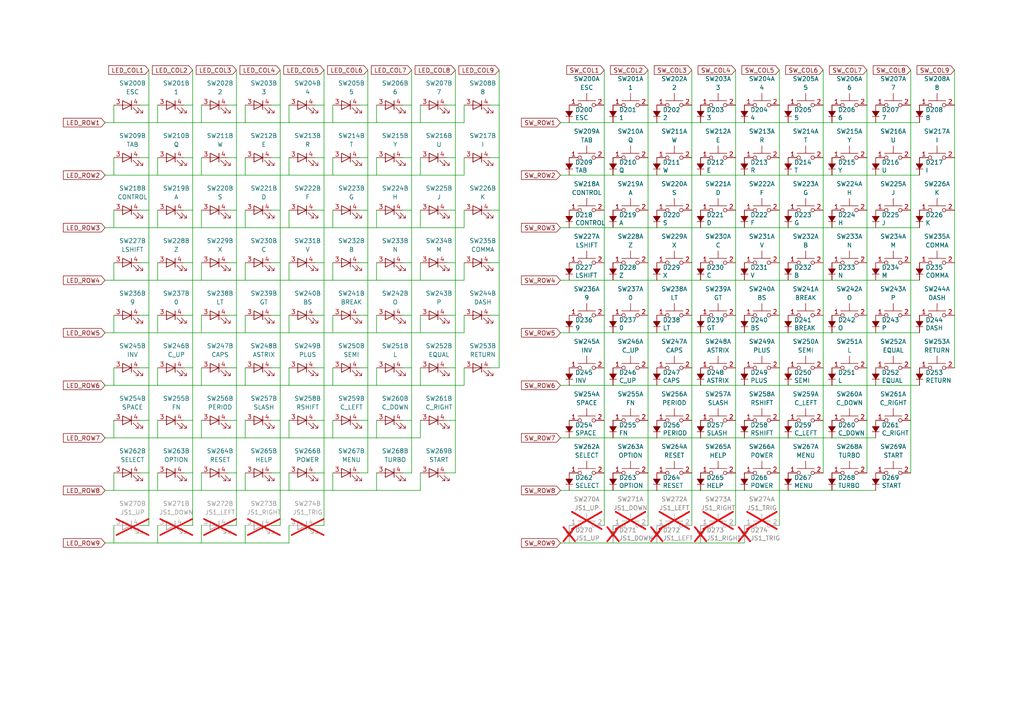
<source format=kicad_sch>
(kicad_sch (version 20230121) (generator eeschema)
  (paper "A4")
  (wire (pts (xy 276.86 91.44) (xy 276.86 106.68)))
  (wire (pts (xy 187.96 45.72) (xy 187.96 60.96)))
  (wire (pts (xy 121.92 137.16) (xy 121.92 142.24)))
  (wire (pts (xy 53.34 76.2) (xy 55.88 76.2)))
  (wire (pts (xy 53.34 106.68) (xy 55.88 106.68)))
  (wire (pts (xy 71.12 157.48) (xy 83.82 157.48)))
  (wire (pts (xy 71.12 76.2) (xy 71.12 81.28)))
  (wire (pts (xy 83.82 45.72) (xy 83.82 50.8)))
  (wire (pts (xy 78.74 76.2) (xy 81.28 76.2)))
  (wire (pts (xy 162.56 157.48) (xy 165.1 157.48)))
  (wire (pts (xy 109.22 66.04) (xy 121.92 66.04)))
  (wire (pts (xy 142.24 76.2) (xy 144.78 76.2)))
  (wire (pts (xy 177.8 35.56) (xy 190.5 35.56)))
  (wire (pts (xy 83.82 66.04) (xy 96.52 66.04)))
  (wire (pts (xy 43.18 137.16) (xy 43.18 152.4)))
  (wire (pts (xy 251.46 45.72) (xy 251.46 60.96)))
  (wire (pts (xy 162.56 81.28) (xy 165.1 81.28)))
  (wire (pts (xy 177.8 50.8) (xy 165.1 50.8)))
  (wire (pts (xy 93.98 137.16) (xy 93.98 121.92)))
  (wire (pts (xy 109.22 121.92) (xy 109.22 127)))
  (wire (pts (xy 162.56 111.76) (xy 165.1 111.76)))
  (wire (pts (xy 187.96 30.48) (xy 187.96 45.72)))
  (wire (pts (xy 144.78 20.32) (xy 144.78 30.48)))
  (wire (pts (xy 78.74 152.4) (xy 81.28 152.4)))
  (wire (pts (xy 71.12 30.48) (xy 71.12 35.56)))
  (wire (pts (xy 251.46 106.68) (xy 251.46 121.92)))
  (wire (pts (xy 226.06 30.48) (xy 226.06 45.72)))
  (wire (pts (xy 109.22 96.52) (xy 121.92 96.52)))
  (wire (pts (xy 266.7 81.28) (xy 254 81.28)))
  (wire (pts (xy 33.02 35.56) (xy 45.72 35.56)))
  (wire (pts (xy 177.8 127) (xy 190.5 127)))
  (wire (pts (xy 200.66 91.44) (xy 200.66 76.2)))
  (wire (pts (xy 83.82 66.04) (xy 71.12 66.04)))
  (wire (pts (xy 187.96 60.96) (xy 187.96 76.2)))
  (wire (pts (xy 58.42 66.04) (xy 71.12 66.04)))
  (wire (pts (xy 134.62 30.48) (xy 134.62 35.56)))
  (wire (pts (xy 226.06 91.44) (xy 226.06 106.68)))
  (wire (pts (xy 43.18 20.32) (xy 43.18 30.48)))
  (wire (pts (xy 58.42 60.96) (xy 58.42 66.04)))
  (wire (pts (xy 104.14 76.2) (xy 106.68 76.2)))
  (wire (pts (xy 116.84 137.16) (xy 119.38 137.16)))
  (wire (pts (xy 238.76 106.68) (xy 238.76 121.92)))
  (wire (pts (xy 45.72 142.24) (xy 58.42 142.24)))
  (wire (pts (xy 177.8 142.24) (xy 165.1 142.24)))
  (wire (pts (xy 109.22 96.52) (xy 96.52 96.52)))
  (wire (pts (xy 142.24 30.48) (xy 144.78 30.48)))
  (wire (pts (xy 43.18 121.92) (xy 43.18 137.16)))
  (wire (pts (xy 83.82 142.24) (xy 71.12 142.24)))
  (wire (pts (xy 228.6 81.28) (xy 215.9 81.28)))
  (wire (pts (xy 78.74 106.68) (xy 81.28 106.68)))
  (wire (pts (xy 264.16 121.92) (xy 264.16 137.16)))
  (wire (pts (xy 264.16 30.48) (xy 264.16 45.72)))
  (wire (pts (xy 68.58 20.32) (xy 68.58 30.48)))
  (wire (pts (xy 226.06 121.92) (xy 226.06 137.16)))
  (wire (pts (xy 66.04 106.68) (xy 68.58 106.68)))
  (wire (pts (xy 200.66 30.48) (xy 200.66 45.72)))
  (wire (pts (xy 45.72 142.24) (xy 33.02 142.24)))
  (wire (pts (xy 83.82 76.2) (xy 83.82 81.28)))
  (wire (pts (xy 81.28 60.96) (xy 81.28 76.2)))
  (wire (pts (xy 40.64 91.44) (xy 43.18 91.44)))
  (wire (pts (xy 83.82 81.28) (xy 96.52 81.28)))
  (wire (pts (xy 129.54 137.16) (xy 132.08 137.16)))
  (wire (pts (xy 119.38 20.32) (xy 119.38 30.48)))
  (wire (pts (xy 119.38 121.92) (xy 119.38 106.68)))
  (wire (pts (xy 55.88 91.44) (xy 55.88 106.68)))
  (wire (pts (xy 91.44 30.48) (xy 93.98 30.48)))
  (wire (pts (xy 83.82 152.4) (xy 83.82 157.48)))
  (wire (pts (xy 93.98 20.32) (xy 93.98 30.48)))
  (wire (pts (xy 215.9 81.28) (xy 203.2 81.28)))
  (wire (pts (xy 58.42 30.48) (xy 58.42 35.56)))
  (wire (pts (xy 58.42 152.4) (xy 58.42 157.48)))
  (wire (pts (xy 30.48 142.24) (xy 33.02 142.24)))
  (wire (pts (xy 254 66.04) (xy 266.7 66.04)))
  (wire (pts (xy 121.92 30.48) (xy 121.92 35.56)))
  (wire (pts (xy 96.52 81.28) (xy 109.22 81.28)))
  (wire (pts (xy 132.08 121.92) (xy 132.08 137.16)))
  (wire (pts (xy 276.86 45.72) (xy 276.86 60.96)))
  (wire (pts (xy 78.74 137.16) (xy 81.28 137.16)))
  (wire (pts (xy 45.72 45.72) (xy 45.72 50.8)))
  (wire (pts (xy 33.02 137.16) (xy 33.02 142.24)))
  (wire (pts (xy 254 96.52) (xy 241.3 96.52)))
  (wire (pts (xy 264.16 91.44) (xy 264.16 76.2)))
  (wire (pts (xy 33.02 111.76) (xy 45.72 111.76)))
  (wire (pts (xy 200.66 121.92) (xy 200.66 137.16)))
  (wire (pts (xy 91.44 106.68) (xy 93.98 106.68)))
  (wire (pts (xy 66.04 30.48) (xy 68.58 30.48)))
  (wire (pts (xy 165.1 66.04) (xy 177.8 66.04)))
  (wire (pts (xy 264.16 45.72) (xy 264.16 60.96)))
  (wire (pts (xy 129.54 121.92) (xy 132.08 121.92)))
  (wire (pts (xy 238.76 91.44) (xy 238.76 106.68)))
  (wire (pts (xy 228.6 111.76) (xy 241.3 111.76)))
  (wire (pts (xy 45.72 30.48) (xy 45.72 35.56)))
  (wire (pts (xy 33.02 96.52) (xy 45.72 96.52)))
  (wire (pts (xy 43.18 76.2) (xy 43.18 60.96)))
  (wire (pts (xy 121.92 35.56) (xy 134.62 35.56)))
  (wire (pts (xy 71.12 81.28) (xy 83.82 81.28)))
  (wire (pts (xy 58.42 66.04) (xy 45.72 66.04)))
  (wire (pts (xy 109.22 91.44) (xy 109.22 96.52)))
  (wire (pts (xy 58.42 106.68) (xy 58.42 111.76)))
  (wire (pts (xy 33.02 106.68) (xy 33.02 111.76)))
  (wire (pts (xy 177.8 96.52) (xy 165.1 96.52)))
  (wire (pts (xy 96.52 106.68) (xy 96.52 111.76)))
  (wire (pts (xy 162.56 50.8) (xy 165.1 50.8)))
  (wire (pts (xy 238.76 76.2) (xy 238.76 91.44)))
  (wire (pts (xy 129.54 60.96) (xy 132.08 60.96)))
  (wire (pts (xy 71.12 45.72) (xy 71.12 50.8)))
  (wire (pts (xy 134.62 91.44) (xy 134.62 96.52)))
  (wire (pts (xy 55.88 137.16) (xy 55.88 152.4)))
  (wire (pts (xy 58.42 91.44) (xy 58.42 96.52)))
  (wire (pts (xy 104.14 106.68) (xy 106.68 106.68)))
  (wire (pts (xy 251.46 20.32) (xy 251.46 30.48)))
  (wire (pts (xy 215.9 96.52) (xy 203.2 96.52)))
  (wire (pts (xy 116.84 106.68) (xy 119.38 106.68)))
  (wire (pts (xy 83.82 60.96) (xy 83.82 66.04)))
  (wire (pts (xy 200.66 106.68) (xy 200.66 91.44)))
  (wire (pts (xy 132.08 91.44) (xy 132.08 106.68)))
  (wire (pts (xy 91.44 76.2) (xy 93.98 76.2)))
  (wire (pts (xy 33.02 60.96) (xy 33.02 66.04)))
  (wire (pts (xy 251.46 91.44) (xy 251.46 106.68)))
  (wire (pts (xy 83.82 91.44) (xy 83.82 96.52)))
  (wire (pts (xy 121.92 60.96) (xy 121.92 66.04)))
  (wire (pts (xy 213.36 137.16) (xy 213.36 152.4)))
  (wire (pts (xy 165.1 111.76) (xy 177.8 111.76)))
  (wire (pts (xy 68.58 60.96) (xy 68.58 45.72)))
  (wire (pts (xy 81.28 91.44) (xy 81.28 106.68)))
  (wire (pts (xy 187.96 20.32) (xy 187.96 30.48)))
  (wire (pts (xy 71.12 106.68) (xy 71.12 111.76)))
  (wire (pts (xy 215.9 50.8) (xy 228.6 50.8)))
  (wire (pts (xy 96.52 111.76) (xy 109.22 111.76)))
  (wire (pts (xy 81.28 137.16) (xy 81.28 152.4)))
  (wire (pts (xy 254 50.8) (xy 241.3 50.8)))
  (wire (pts (xy 251.46 30.48) (xy 251.46 45.72)))
  (wire (pts (xy 81.28 45.72) (xy 81.28 60.96)))
  (wire (pts (xy 187.96 152.4) (xy 187.96 137.16)))
  (wire (pts (xy 81.28 20.32) (xy 81.28 30.48)))
  (wire (pts (xy 93.98 91.44) (xy 93.98 76.2)))
  (wire (pts (xy 106.68 45.72) (xy 106.68 60.96)))
  (wire (pts (xy 134.62 45.72) (xy 134.62 50.8)))
  (wire (pts (xy 91.44 60.96) (xy 93.98 60.96)))
  (wire (pts (xy 203.2 50.8) (xy 190.5 50.8)))
  (wire (pts (xy 177.8 66.04) (xy 190.5 66.04)))
  (wire (pts (xy 109.22 50.8) (xy 121.92 50.8)))
  (wire (pts (xy 142.24 91.44) (xy 144.78 91.44)))
  (wire (pts (xy 121.92 111.76) (xy 134.62 111.76)))
  (wire (pts (xy 238.76 60.96) (xy 238.76 45.72)))
  (wire (pts (xy 91.44 137.16) (xy 93.98 137.16)))
  (wire (pts (xy 134.62 76.2) (xy 134.62 81.28)))
  (wire (pts (xy 33.02 30.48) (xy 33.02 35.56)))
  (wire (pts (xy 78.74 121.92) (xy 81.28 121.92)))
  (wire (pts (xy 129.54 91.44) (xy 132.08 91.44)))
  (wire (pts (xy 213.36 76.2) (xy 213.36 60.96)))
  (wire (pts (xy 81.28 30.48) (xy 81.28 45.72)))
  (wire (pts (xy 134.62 60.96) (xy 134.62 66.04)))
  (wire (pts (xy 116.84 45.72) (xy 119.38 45.72)))
  (wire (pts (xy 109.22 127) (xy 96.52 127)))
  (wire (pts (xy 226.06 20.32) (xy 226.06 30.48)))
  (wire (pts (xy 215.9 111.76) (xy 228.6 111.76)))
  (wire (pts (xy 276.86 76.2) (xy 276.86 60.96)))
  (wire (pts (xy 81.28 121.92) (xy 81.28 137.16)))
  (wire (pts (xy 213.36 20.32) (xy 213.36 30.48)))
  (wire (pts (xy 266.7 35.56) (xy 254 35.56)))
  (wire (pts (xy 45.72 96.52) (xy 58.42 96.52)))
  (wire (pts (xy 213.36 121.92) (xy 213.36 106.68)))
  (wire (pts (xy 33.02 76.2) (xy 33.02 81.28)))
  (wire (pts (xy 104.14 91.44) (xy 106.68 91.44)))
  (wire (pts (xy 116.84 60.96) (xy 119.38 60.96)))
  (wire (pts (xy 43.18 76.2) (xy 43.18 91.44)))
  (wire (pts (xy 33.02 157.48) (xy 45.72 157.48)))
  (wire (pts (xy 40.64 60.96) (xy 43.18 60.96)))
  (wire (pts (xy 203.2 157.48) (xy 215.9 157.48)))
  (wire (pts (xy 78.74 45.72) (xy 81.28 45.72)))
  (wire (pts (xy 96.52 142.24) (xy 83.82 142.24)))
  (wire (pts (xy 68.58 91.44) (xy 68.58 106.68)))
  (wire (pts (xy 144.78 45.72) (xy 144.78 60.96)))
  (wire (pts (xy 55.88 20.32) (xy 55.88 30.48)))
  (wire (pts (xy 121.92 91.44) (xy 121.92 96.52)))
  (wire (pts (xy 78.74 91.44) (xy 81.28 91.44)))
  (wire (pts (xy 33.02 121.92) (xy 33.02 127)))
  (wire (pts (xy 276.86 91.44) (xy 276.86 76.2)))
  (wire (pts (xy 104.14 137.16) (xy 106.68 137.16)))
  (wire (pts (xy 71.12 91.44) (xy 71.12 96.52)))
  (wire (pts (xy 40.64 30.48) (xy 43.18 30.48)))
  (wire (pts (xy 93.98 30.48) (xy 93.98 45.72)))
  (wire (pts (xy 58.42 142.24) (xy 71.12 142.24)))
  (wire (pts (xy 55.88 121.92) (xy 55.88 137.16)))
  (wire (pts (xy 190.5 35.56) (xy 203.2 35.56)))
  (wire (pts (xy 109.22 127) (xy 121.92 127)))
  (wire (pts (xy 106.68 76.2) (xy 106.68 91.44)))
  (wire (pts (xy 66.04 45.72) (xy 68.58 45.72)))
  (wire (pts (xy 142.24 45.72) (xy 144.78 45.72)))
  (wire (pts (xy 254 111.76) (xy 266.7 111.76)))
  (wire (pts (xy 251.46 60.96) (xy 251.46 76.2)))
  (wire (pts (xy 200.66 76.2) (xy 200.66 60.96)))
  (wire (pts (xy 96.52 45.72) (xy 96.52 50.8)))
  (wire (pts (xy 106.68 106.68) (xy 106.68 121.92)))
  (wire (pts (xy 71.12 121.92) (xy 71.12 127)))
  (wire (pts (xy 190.5 50.8) (xy 177.8 50.8)))
  (wire (pts (xy 215.9 142.24) (xy 203.2 142.24)))
  (wire (pts (xy 45.72 81.28) (xy 33.02 81.28)))
  (wire (pts (xy 276.86 20.32) (xy 276.86 30.48)))
  (wire (pts (xy 45.72 121.92) (xy 45.72 127)))
  (wire (pts (xy 116.84 91.44) (xy 119.38 91.44)))
  (wire (pts (xy 129.54 45.72) (xy 132.08 45.72)))
  (wire (pts (xy 58.42 121.92) (xy 58.42 127)))
  (wire (pts (xy 68.58 106.68) (xy 68.58 121.92)))
  (wire (pts (xy 71.12 111.76) (xy 83.82 111.76)))
  (wire (pts (xy 78.74 30.48) (xy 81.28 30.48)))
  (wire (pts (xy 43.18 121.92) (xy 43.18 106.68)))
  (wire (pts (xy 254 127) (xy 241.3 127)))
  (wire (pts (xy 106.68 45.72) (xy 106.68 30.48)))
  (wire (pts (xy 83.82 121.92) (xy 83.82 127)))
  (wire (pts (xy 30.48 157.48) (xy 33.02 157.48)))
  (wire (pts (xy 165.1 81.28) (xy 177.8 81.28)))
  (wire (pts (xy 144.78 76.2) (xy 144.78 91.44)))
  (wire (pts (xy 45.72 60.96) (xy 45.72 66.04)))
  (wire (pts (xy 71.12 50.8) (xy 83.82 50.8)))
  (wire (pts (xy 121.92 121.92) (xy 121.92 127)))
  (wire (pts (xy 251.46 91.44) (xy 251.46 76.2)))
  (wire (pts (xy 43.18 60.96) (xy 43.18 45.72)))
  (wire (pts (xy 190.5 111.76) (xy 203.2 111.76)))
  (wire (pts (xy 254 111.76) (xy 241.3 111.76)))
  (wire (pts (xy 238.76 60.96) (xy 238.76 76.2)))
  (wire (pts (xy 213.36 137.16) (xy 213.36 121.92)))
  (wire (pts (xy 228.6 127) (xy 215.9 127)))
  (wire (pts (xy 228.6 96.52) (xy 215.9 96.52)))
  (wire (pts (xy 66.04 121.92) (xy 68.58 121.92)))
  (wire (pts (xy 162.56 35.56) (xy 165.1 35.56)))
  (wire (pts (xy 45.72 76.2) (xy 45.72 81.28)))
  (wire (pts (xy 241.3 142.24) (xy 228.6 142.24)))
  (wire (pts (xy 175.26 76.2) (xy 175.26 91.44)))
  (wire (pts (xy 81.28 76.2) (xy 81.28 91.44)))
  (wire (pts (xy 53.34 60.96) (xy 55.88 60.96)))
  (wire (pts (xy 109.22 50.8) (xy 96.52 50.8)))
  (wire (pts (xy 33.02 45.72) (xy 33.02 50.8)))
  (wire (pts (xy 119.38 60.96) (xy 119.38 76.2)))
  (wire (pts (xy 96.52 111.76) (xy 83.82 111.76)))
  (wire (pts (xy 119.38 30.48) (xy 119.38 45.72)))
  (wire (pts (xy 129.54 106.68) (xy 132.08 106.68)))
  (wire (pts (xy 215.9 35.56) (xy 228.6 35.56)))
  (wire (pts (xy 238.76 45.72) (xy 238.76 30.48)))
  (wire (pts (xy 96.52 91.44) (xy 96.52 96.52)))
  (wire (pts (xy 66.04 91.44) (xy 68.58 91.44)))
  (wire (pts (xy 71.12 127) (xy 83.82 127)))
  (wire (pts (xy 177.8 157.48) (xy 190.5 157.48)))
  (wire (pts (xy 58.42 35.56) (xy 71.12 35.56)))
  (wire (pts (xy 226.06 60.96) (xy 226.06 76.2)))
  (wire (pts (xy 241.3 66.04) (xy 228.6 66.04)))
  (wire (pts (xy 190.5 142.24) (xy 203.2 142.24)))
  (wire (pts (xy 40.64 121.92) (xy 43.18 121.92)))
  (wire (pts (xy 83.82 106.68) (xy 83.82 111.76)))
  (wire (pts (xy 109.22 60.96) (xy 109.22 66.04)))
  (wire (pts (xy 177.8 35.56) (xy 165.1 35.56)))
  (wire (pts (xy 93.98 106.68) (xy 93.98 121.92)))
  (wire (pts (xy 58.42 50.8) (xy 71.12 50.8)))
  (wire (pts (xy 30.48 81.28) (xy 33.02 81.28)))
  (wire (pts (xy 228.6 50.8) (xy 241.3 50.8)))
  (wire (pts (xy 40.64 45.72) (xy 43.18 45.72)))
  (wire (pts (xy 132.08 106.68) (xy 132.08 121.92)))
  (wire (pts (xy 109.22 45.72) (xy 109.22 50.8)))
  (wire (pts (xy 83.82 137.16) (xy 83.82 142.24)))
  (wire (pts (xy 175.26 20.32) (xy 175.26 30.48)))
  (wire (pts (xy 53.34 45.72) (xy 55.88 45.72)))
  (wire (pts (xy 228.6 35.56) (xy 241.3 35.56)))
  (wire (pts (xy 121.92 76.2) (xy 121.92 81.28)))
  (wire (pts (xy 96.52 60.96) (xy 96.52 66.04)))
  (wire (pts (xy 238.76 121.92) (xy 238.76 137.16)))
  (wire (pts (xy 30.48 50.8) (xy 33.02 50.8)))
  (wire (pts (xy 68.58 76.2) (xy 68.58 91.44)))
  (wire (pts (xy 68.58 137.16) (xy 68.58 152.4)))
  (wire (pts (xy 30.48 127) (xy 33.02 127)))
  (wire (pts (xy 187.96 137.16) (xy 187.96 121.92)))
  (wire (pts (xy 200.66 45.72) (xy 200.66 60.96)))
  (wire (pts (xy 144.78 91.44) (xy 144.78 106.68)))
  (wire (pts (xy 200.66 121.92) (xy 200.66 106.68)))
  (wire (pts (xy 119.38 45.72) (xy 119.38 60.96)))
  (wire (pts (xy 106.68 20.32) (xy 106.68 30.48)))
  (wire (pts (xy 93.98 137.16) (xy 93.98 152.4)))
  (wire (pts (xy 162.56 66.04) (xy 165.1 66.04)))
  (wire (pts (xy 238.76 20.32) (xy 238.76 30.48)))
  (wire (pts (xy 121.92 66.04) (xy 134.62 66.04)))
  (wire (pts (xy 40.64 76.2) (xy 43.18 76.2)))
  (wire (pts (xy 213.36 91.44) (xy 213.36 106.68)))
  (wire (pts (xy 30.48 35.56) (xy 33.02 35.56)))
  (wire (pts (xy 129.54 76.2) (xy 132.08 76.2)))
  (wire (pts (xy 40.64 152.4) (xy 43.18 152.4)))
  (wire (pts (xy 264.16 91.44) (xy 264.16 106.68)))
  (wire (pts (xy 58.42 127) (xy 71.12 127)))
  (wire (pts (xy 121.92 96.52) (xy 134.62 96.52)))
  (wire (pts (xy 109.22 106.68) (xy 109.22 111.76)))
  (wire (pts (xy 228.6 66.04) (xy 215.9 66.04)))
  (wire (pts (xy 33.02 152.4) (xy 33.02 157.48)))
  (wire (pts (xy 109.22 142.24) (xy 121.92 142.24)))
  (wire (pts (xy 226.06 45.72) (xy 226.06 60.96)))
  (wire (pts (xy 96.52 30.48) (xy 96.52 35.56)))
  (wire (pts (xy 53.34 137.16) (xy 55.88 137.16)))
  (wire (pts (xy 142.24 60.96) (xy 144.78 60.96)))
  (wire (pts (xy 96.52 121.92) (xy 96.52 127)))
  (wire (pts (xy 45.72 111.76) (xy 58.42 111.76)))
  (wire (pts (xy 132.08 30.48) (xy 132.08 45.72)))
  (wire (pts (xy 68.58 121.92) (xy 68.58 137.16)))
  (wire (pts (xy 83.82 50.8) (xy 96.52 50.8)))
  (wire (pts (xy 66.04 152.4) (xy 68.58 152.4)))
  (wire (pts (xy 45.72 127) (xy 58.42 127)))
  (wire (pts (xy 45.72 66.04) (xy 33.02 66.04)))
  (wire (pts (xy 71.12 96.52) (xy 83.82 96.52)))
  (wire (pts (xy 132.08 60.96) (xy 132.08 76.2)))
  (wire (pts (xy 83.82 127) (xy 96.52 127)))
  (wire (pts (xy 175.26 60.96) (xy 175.26 76.2)))
  (wire (pts (xy 71.12 152.4) (xy 71.12 157.48)))
  (wire (pts (xy 40.64 137.16) (xy 43.18 137.16)))
  (wire (pts (xy 93.98 76.2) (xy 93.98 60.96)))
  (wire (pts (xy 58.42 45.72) (xy 58.42 50.8)))
  (wire (pts (xy 58.42 96.52) (xy 71.12 96.52)))
  (wire (pts (xy 162.56 127) (xy 165.1 127)))
  (wire (pts (xy 45.72 35.56) (xy 58.42 35.56)))
  (wire (pts (xy 109.22 30.48) (xy 109.22 35.56)))
  (wire (pts (xy 81.28 106.68) (xy 81.28 121.92)))
  (wire (pts (xy 213.36 45.72) (xy 213.36 60.96)))
  (wire (pts (xy 175.26 137.16) (xy 175.26 152.4)))
  (wire (pts (xy 33.02 127) (xy 45.72 127)))
  (wire (pts (xy 53.34 152.4) (xy 55.88 152.4)))
  (wire (pts (xy 203.2 66.04) (xy 190.5 66.04)))
  (wire (pts (xy 106.68 121.92) (xy 106.68 137.16)))
  (wire (pts (xy 71.12 60.96) (xy 71.12 66.04)))
  (wire (pts (xy 43.18 30.48) (xy 43.18 45.72)))
  (wire (pts (xy 119.38 91.44) (xy 119.38 106.68)))
  (wire (pts (xy 175.26 45.72) (xy 175.26 60.96)))
  (wire (pts (xy 106.68 91.44) (xy 106.68 106.68)))
  (wire (pts (xy 109.22 81.28) (xy 121.92 81.28)))
  (wire (pts (xy 203.2 157.48) (xy 190.5 157.48)))
  (wire (pts (xy 109.22 35.56) (xy 121.92 35.56)))
  (wire (pts (xy 96.52 76.2) (xy 96.52 81.28)))
  (wire (pts (xy 58.42 76.2) (xy 58.42 81.28)))
  (wire (pts (xy 109.22 137.16) (xy 109.22 142.24)))
  (wire (pts (xy 175.26 137.16) (xy 175.26 121.92)))
  (wire (pts (xy 200.66 20.32) (xy 200.66 30.48)))
  (wire (pts (xy 215.9 66.04) (xy 203.2 66.04)))
  (wire (pts (xy 66.04 60.96) (xy 68.58 60.96)))
  (wire (pts (xy 226.06 137.16) (xy 226.06 152.4)))
  (wire (pts (xy 33.02 91.44) (xy 33.02 96.52)))
  (wire (pts (xy 144.78 60.96) (xy 144.78 76.2)))
  (wire (pts (xy 68.58 60.96) (xy 68.58 76.2)))
  (wire (pts (xy 203.2 96.52) (xy 190.5 96.52)))
  (wire (pts (xy 43.18 106.68) (xy 43.18 91.44)))
  (wire (pts (xy 71.12 137.16) (xy 71.12 142.24)))
  (wire (pts (xy 104.14 60.96) (xy 106.68 60.96)))
  (wire (pts (xy 33.02 50.8) (xy 45.72 50.8)))
  (wire (pts (xy 93.98 45.72) (xy 93.98 60.96)))
  (wire (pts (xy 83.82 96.52) (xy 96.52 96.52)))
  (wire (pts (xy 254 66.04) (xy 241.3 66.04)))
  (wire (pts (xy 104.14 121.92) (xy 106.68 121.92)))
  (wire (pts (xy 78.74 60.96) (xy 81.28 60.96)))
  (wire (pts (xy 45.72 137.16) (xy 45.72 142.24)))
  (wire (pts (xy 213.36 91.44) (xy 213.36 76.2)))
  (wire (pts (xy 215.9 111.76) (xy 203.2 111.76)))
  (wire (pts (xy 116.84 76.2) (xy 119.38 76.2)))
  (wire (pts (xy 121.92 50.8) (xy 134.62 50.8)))
  (wire (pts (xy 55.88 45.72) (xy 55.88 60.96)))
  (wire (pts (xy 96.52 35.56) (xy 83.82 35.56)))
  (wire (pts (xy 58.42 157.48) (xy 71.12 157.48)))
  (wire (pts (xy 91.44 152.4) (xy 93.98 152.4)))
  (wire (pts (xy 109.22 142.24) (xy 96.52 142.24)))
  (wire (pts (xy 241.3 127) (xy 228.6 127)))
  (wire (pts (xy 187.96 91.44) (xy 187.96 106.68)))
  (wire (pts (xy 226.06 106.68) (xy 226.06 121.92)))
  (wire (pts (xy 175.26 30.48) (xy 175.26 45.72)))
  (wire (pts (xy 162.56 142.24) (xy 165.1 142.24)))
  (wire (pts (xy 129.54 30.48) (xy 132.08 30.48)))
  (wire (pts (xy 190.5 96.52) (xy 177.8 96.52)))
  (wire (pts (xy 266.7 50.8) (xy 254 50.8)))
  (wire (pts (xy 132.08 20.32) (xy 132.08 30.48)))
  (wire (pts (xy 109.22 111.76) (xy 121.92 111.76)))
  (wire (pts (xy 68.58 30.48) (xy 68.58 45.72)))
  (wire (pts (xy 30.48 66.04) (xy 33.02 66.04)))
  (wire (pts (xy 175.26 106.68) (xy 175.26 121.92)))
  (wire (pts (xy 71.12 35.56) (xy 83.82 35.56)))
  (wire (pts (xy 83.82 30.48) (xy 83.82 35.56)))
  (wire (pts (xy 241.3 142.24) (xy 254 142.24)))
  (wire (pts (xy 165.1 157.48) (xy 177.8 157.48)))
  (wire (pts (xy 162.56 96.52) (xy 165.1 96.52)))
  (wire (pts (xy 116.84 30.48) (xy 119.38 30.48)))
  (wire (pts (xy 66.04 137.16) (xy 68.58 137.16)))
  (wire (pts (xy 119.38 76.2) (xy 119.38 91.44)))
  (wire (pts (xy 132.08 45.72) (xy 132.08 60.96)))
  (wire (pts (xy 45.72 106.68) (xy 45.72 111.76)))
  (wire (pts (xy 30.48 96.52) (xy 33.02 96.52)))
  (wire (pts (xy 58.42 137.16) (xy 58.42 142.24)))
  (wire (pts (xy 119.38 121.92) (xy 119.38 137.16)))
  (wire (pts (xy 96.52 35.56) (xy 109.22 35.56)))
  (wire (pts (xy 55.88 76.2) (xy 55.88 91.44)))
  (wire (pts (xy 190.5 81.28) (xy 203.2 81.28)))
  (wire (pts (xy 53.34 121.92) (xy 55.88 121.92)))
  (wire (pts (xy 187.96 121.92) (xy 187.96 106.68)))
  (wire (pts (xy 58.42 81.28) (xy 45.72 81.28)))
  (wire (pts (xy 203.2 50.8) (xy 215.9 50.8)))
  (wire (pts (xy 109.22 76.2) (xy 109.22 81.28)))
  (wire (pts (xy 58.42 81.28) (xy 71.12 81.28)))
  (wire (pts (xy 241.3 81.28) (xy 254 81.28)))
  (wire (pts (xy 203.2 127) (xy 215.9 127)))
  (wire (pts (xy 66.04 76.2) (xy 68.58 76.2)))
  (wire (pts (xy 45.72 91.44) (xy 45.72 96.52)))
  (wire (pts (xy 91.44 91.44) (xy 93.98 91.44)))
  (wire (pts (xy 55.88 106.68) (xy 55.88 121.92)))
  (wire (pts (xy 254 96.52) (xy 266.7 96.52)))
  (wire (pts (xy 142.24 106.68) (xy 144.78 106.68)))
  (wire (pts (xy 109.22 66.04) (xy 96.52 66.04)))
  (wire (pts (xy 203.2 35.56) (xy 215.9 35.56)))
  (wire (pts (xy 55.88 60.96) (xy 55.88 76.2)))
  (wire (pts (xy 45.72 157.48) (xy 58.42 157.48)))
  (wire (pts (xy 121.92 81.28) (xy 134.62 81.28)))
  (wire (pts (xy 40.64 106.68) (xy 43.18 106.68)))
  (wire (pts (xy 264.16 121.92) (xy 264.16 106.68)))
  (wire (pts (xy 30.48 111.76) (xy 33.02 111.76)))
  (wire (pts (xy 45.72 152.4) (xy 45.72 157.48)))
  (wire (pts (xy 134.62 106.68) (xy 134.62 111.76)))
  (wire (pts (xy 144.78 30.48) (xy 144.78 45.72)))
  (wire (pts (xy 121.92 106.68) (xy 121.92 111.76)))
  (wire (pts (xy 106.68 76.2) (xy 106.68 60.96)))
  (wire (pts (xy 55.88 30.48) (xy 55.88 45.72)))
  (wire (pts (xy 177.8 81.28) (xy 190.5 81.28)))
  (wire (pts (xy 96.52 137.16) (xy 96.52 142.24)))
  (wire (pts (xy 116.84 121.92) (xy 119.38 121.92)))
  (wire (pts (xy 276.86 30.48) (xy 276.86 45.72)))
  (wire (pts (xy 58.42 111.76) (xy 71.12 111.76)))
  (wire (pts (xy 200.66 137.16) (xy 200.66 152.4)))
  (wire (pts (xy 104.14 45.72) (xy 106.68 45.72)))
  (wire (pts (xy 132.08 76.2) (xy 132.08 91.44)))
  (wire (pts (xy 58.42 50.8) (xy 45.72 50.8)))
  (wire (pts (xy 53.34 91.44) (xy 55.88 91.44)))
  (wire (pts (xy 241.3 81.28) (xy 228.6 81.28)))
  (wire (pts (xy 241.3 35.56) (xy 254 35.56)))
  (wire (pts (xy 93.98 91.44) (xy 93.98 106.68)))
  (wire (pts (xy 264.16 20.32) (xy 264.16 30.48)))
  (wire (pts (xy 226.06 76.2) (xy 226.06 91.44)))
  (wire (pts (xy 228.6 142.24) (xy 215.9 142.24)))
  (wire (pts (xy 121.92 45.72) (xy 121.92 50.8)))
  (wire (pts (xy 190.5 142.24) (xy 177.8 142.24)))
  (wire (pts (xy 91.44 121.92) (xy 93.98 121.92)))
  (wire (pts (xy 175.26 91.44) (xy 175.26 106.68)))
  (wire (pts (xy 53.34 30.48) (xy 55.88 30.48)))
  (wire (pts (xy 251.46 121.92) (xy 251.46 137.16)))
  (wire (pts (xy 177.8 127) (xy 165.1 127)))
  (wire (pts (xy 190.5 127) (xy 203.2 127)))
  (wire (pts (xy 91.44 45.72) (xy 93.98 45.72)))
  (wire (pts (xy 241.3 96.52) (xy 228.6 96.52)))
  (wire (pts (xy 213.36 45.72) (xy 213.36 30.48)))
  (wire (pts (xy 264.16 76.2) (xy 264.16 60.96)))
  (wire (pts (xy 104.14 30.48) (xy 106.68 30.48)))
  (wire (pts (xy 187.96 91.44) (xy 187.96 76.2)))
  (wire (pts (xy 177.8 111.76) (xy 190.5 111.76)))
  (global_label "SW_ROW1" (shape input) (at 162.56 35.56 180) (property "Intersheetrefs" "${INTERSHEET_REFS}" (effects hide)))
  (global_label "LED_ROW1" (shape input) (at 30.48 35.56 180) (property "Intersheetrefs" "${INTERSHEET_REFS}" (effects hide)))
  (global_label "SW_ROW2" (shape input) (at 162.56 50.8 180) (property "Intersheetrefs" "${INTERSHEET_REFS}" (effects hide)))
  (global_label "LED_ROW2" (shape input) (at 30.48 50.8 180) (property "Intersheetrefs" "${INTERSHEET_REFS}" (effects hide)))
  (global_label "SW_ROW3" (shape input) (at 162.56 66.04 180) (property "Intersheetrefs" "${INTERSHEET_REFS}" (effects hide)))
  (global_label "LED_ROW3" (shape input) (at 30.48 66.04 180) (property "Intersheetrefs" "${INTERSHEET_REFS}" (effects hide)))
  (global_label "SW_ROW4" (shape input) (at 162.56 81.28 180) (property "Intersheetrefs" "${INTERSHEET_REFS}" (effects hide)))
  (global_label "LED_ROW4" (shape input) (at 30.48 81.28 180) (property "Intersheetrefs" "${INTERSHEET_REFS}" (effects hide)))
  (global_label "SW_ROW5" (shape input) (at 162.56 96.52 180) (property "Intersheetrefs" "${INTERSHEET_REFS}" (effects hide)))
  (global_label "LED_ROW5" (shape input) (at 30.48 96.52 180) (property "Intersheetrefs" "${INTERSHEET_REFS}" (effects hide)))
  (global_label "SW_ROW6" (shape input) (at 162.56 111.76 180) (property "Intersheetrefs" "${INTERSHEET_REFS}" (effects hide)))
  (global_label "LED_ROW6" (shape input) (at 30.48 111.76 180) (property "Intersheetrefs" "${INTERSHEET_REFS}" (effects hide)))
  (global_label "SW_ROW7" (shape input) (at 162.56 127 180) (property "Intersheetrefs" "${INTERSHEET_REFS}" (effects hide)))
  (global_label "LED_ROW7" (shape input) (at 30.48 127 180) (property "Intersheetrefs" "${INTERSHEET_REFS}" (effects hide)))
  (global_label "SW_ROW8" (shape input) (at 162.56 142.24 180) (property "Intersheetrefs" "${INTERSHEET_REFS}" (effects hide)))
  (global_label "LED_ROW8" (shape input) (at 30.48 142.24 180) (property "Intersheetrefs" "${INTERSHEET_REFS}" (effects hide)))
  (global_label "SW_ROW9" (shape input) (at 162.56 157.48 180) (property "Intersheetrefs" "${INTERSHEET_REFS}" (effects hide)))
  (global_label "LED_ROW9" (shape input) (at 30.48 157.48 180) (property "Intersheetrefs" "${INTERSHEET_REFS}" (effects hide)))
  (global_label "SW_COL1" (shape input) (at 175.26 20.32 180) (property "Intersheetrefs" "${INTERSHEET_REFS}" (effects hide)))
  (global_label "LED_COL1" (shape input) (at 43.18 20.32 180) (property "Intersheetrefs" "${INTERSHEET_REFS}" (effects hide)))
  (global_label "SW_COL2" (shape input) (at 187.96 20.32 180) (property "Intersheetrefs" "${INTERSHEET_REFS}" (effects hide)))
  (global_label "LED_COL2" (shape input) (at 55.88 20.32 180) (property "Intersheetrefs" "${INTERSHEET_REFS}" (effects hide)))
  (global_label "SW_COL3" (shape input) (at 200.66 20.32 180) (property "Intersheetrefs" "${INTERSHEET_REFS}" (effects hide)))
  (global_label "LED_COL3" (shape input) (at 68.58 20.32 180) (property "Intersheetrefs" "${INTERSHEET_REFS}" (effects hide)))
  (global_label "SW_COL4" (shape input) (at 213.36 20.32 180) (property "Intersheetrefs" "${INTERSHEET_REFS}" (effects hide)))
  (global_label "LED_COL4" (shape input) (at 81.28 20.32 180) (property "Intersheetrefs" "${INTERSHEET_REFS}" (effects hide)))
  (global_label "SW_COL5" (shape input) (at 226.06 20.32 180) (property "Intersheetrefs" "${INTERSHEET_REFS}" (effects hide)))
  (global_label "LED_COL5" (shape input) (at 93.98 20.32 180) (property "Intersheetrefs" "${INTERSHEET_REFS}" (effects hide)))
  (global_label "SW_COL6" (shape input) (at 238.76 20.32 180) (property "Intersheetrefs" "${INTERSHEET_REFS}" (effects hide)))
  (global_label "LED_COL6" (shape input) (at 106.68 20.32 180) (property "Intersheetrefs" "${INTERSHEET_REFS}" (effects hide)))
  (global_label "SW_COL7" (shape input) (at 251.46 20.32 180) (property "Intersheetrefs" "${INTERSHEET_REFS}" (effects hide)))
  (global_label "LED_COL7" (shape input) (at 119.38 20.32 180) (property "Intersheetrefs" "${INTERSHEET_REFS}" (effects hide)))
  (global_label "SW_COL8" (shape input) (at 264.16 20.32 180) (property "Intersheetrefs" "${INTERSHEET_REFS}" (effects hide)))
  (global_label "LED_COL8" (shape input) (at 132.08 20.32 180) (property "Intersheetrefs" "${INTERSHEET_REFS}" (effects hide)))
  (global_label "SW_COL9" (shape input) (at 276.86 20.32 180) (property "Intersheetrefs" "${INTERSHEET_REFS}" (effects hide)))
  (global_label "LED_COL9" (shape input) (at 144.78 20.32 180) (property "Intersheetrefs" "${INTERSHEET_REFS}" (effects hide)))
  (symbol (lib_id "atari-keyboard-rescue:D_Small_ALT-Device") (at 165.1 124.46 90) (unit 1)
    (property "Reference" "D254" (at 166.8272 123.2916 90) (effects (justify right)))
    (property "Value" "SPACE" (at 166.8272 125.603 90) (effects (justify right)))
    (property "Footprint" "retro-kbd:Diode-dual" (effects hide))
  )
  (symbol (lib_id "atari-keyboard-rescue:D_Small_ALT-Device") (at 203.2 109.22 90) (unit 1)
    (property "Reference" "D248" (at 204.9272 108.0516 90) (effects (justify right)))
    (property "Value" "ASTRIX" (at 204.9272 110.363 90) (effects (justify right)))
    (property "Footprint" "retro-kbd:Diode-dual" (effects hide))
  )
  (symbol (lib_id "atari-keyboard-rescue:D_Small_ALT-Device") (at 203.2 48.26 90) (unit 1)
    (property "Reference" "D212" (at 204.9272 47.0916 90) (effects (justify right)))
    (property "Value" "E" (at 204.9272 49.403 90) (effects (justify right)))
    (property "Footprint" "retro-kbd:Diode-dual" (effects hide))
  )
  (symbol (lib_id "atari-keyboard-rescue:D_Small_ALT-Device") (at 165.1 93.98 90) (unit 1)
    (property "Reference" "D236" (at 166.8272 92.8116 90) (effects (justify right)))
    (property "Value" "9" (at 166.8272 95.123 90) (effects (justify right)))
    (property "Footprint" "retro-kbd:Diode-dual" (effects hide))
  )
  (symbol (lib_id "atari-keyboard-rescue:D_Small_ALT-Device") (at 190.5 33.02 90) (unit 1)
    (property "Reference" "D202" (at 192.2272 31.8516 90) (effects (justify right)))
    (property "Value" "2" (at 192.2272 34.163 90) (effects (justify right)))
    (property "Footprint" "retro-kbd:Diode-dual" (effects hide))
  )
  (symbol (lib_id "atari-keyboard-rescue:D_Small_ALT-Device") (at 228.6 124.46 90) (unit 1)
    (property "Reference" "D259" (at 230.3272 123.2916 90) (effects (justify right)))
    (property "Value" "C_LEFT" (at 230.3272 125.603 90) (effects (justify right)))
    (property "Footprint" "retro-kbd:Diode-dual" (effects hide))
  )
  (symbol (lib_id "atari-keyboard-rescue:D_Small_ALT-Device") (at 203.2 124.46 90) (unit 1)
    (property "Reference" "D257" (at 204.9272 123.2916 90) (effects (justify right)))
    (property "Value" "SLASH" (at 204.9272 125.603 90) (effects (justify right)))
    (property "Footprint" "retro-kbd:Diode-dual" (effects hide))
  )
  (symbol (lib_id "atari-keyboard-rescue:D_Small_ALT-Device") (at 215.9 109.22 90) (unit 1)
    (property "Reference" "D249" (at 217.6272 108.0516 90) (effects (justify right)))
    (property "Value" "PLUS" (at 217.6272 110.363 90) (effects (justify right)))
    (property "Footprint" "retro-kbd:Diode-dual" (effects hide))
  )
  (symbol (lib_id "atari-keyboard-rescue:D_Small_ALT-Device") (at 177.8 78.74 90) (unit 1)
    (property "Reference" "D228" (at 179.5272 77.5716 90) (effects (justify right)))
    (property "Value" "Z" (at 179.5272 79.883 90) (effects (justify right)))
    (property "Footprint" "retro-kbd:Diode-dual" (effects hide))
  )
  (symbol (lib_id "atari-keyboard-rescue:D_Small_ALT-Device") (at 241.3 78.74 90) (unit 1)
    (property "Reference" "D233" (at 243.0272 77.5716 90) (effects (justify right)))
    (property "Value" "N" (at 243.0272 79.883 90) (effects (justify right)))
    (property "Footprint" "retro-kbd:Diode-dual" (effects hide))
  )
  (symbol (lib_id "atari-keyboard-rescue:D_Small_ALT-Device") (at 215.9 33.02 90) (unit 1)
    (property "Reference" "D204" (at 217.6272 31.8516 90) (effects (justify right)))
    (property "Value" "4" (at 217.6272 34.163 90) (effects (justify right)))
    (property "Footprint" "retro-kbd:Diode-dual" (effects hide))
  )
  (symbol (lib_id "atari-keyboard-rescue:D_Small_ALT-Device") (at 177.8 124.46 90) (unit 1)
    (property "Reference" "D255" (at 179.5272 123.2916 90) (effects (justify right)))
    (property "Value" "FN" (at 179.5272 125.603 90) (effects (justify right)))
    (property "Footprint" "retro-kbd:Diode-dual" (effects hide))
  )
  (symbol (lib_id "atari-keyboard-rescue:D_Small_ALT-Device") (at 254 139.7 90) (unit 1)
    (property "Reference" "D269" (at 255.7272 138.5316 90) (effects (justify right)))
    (property "Value" "START" (at 255.7272 140.843 90) (effects (justify right)))
    (property "Footprint" "retro-kbd:Diode-dual" (effects hide))
  )
  (symbol (lib_id "atari-keyboard-rescue:D_Small_ALT-Device") (at 190.5 154.94 90) (unit 1) (in_bom no) (on_board no) (dnp yes)
    (property "Reference" "D272" (at 192.2272 153.7716 90) (effects (justify right)))
    (property "Value" "JS1_LEFT" (at 192.2272 156.083 90) (effects (justify right)))
    (property "Footprint" "retro-kbd:Diode-dual" (effects hide))
  )
  (symbol (lib_id "atari-keyboard-rescue:D_Small_ALT-Device") (at 165.1 109.22 90) (unit 1)
    (property "Reference" "D245" (at 166.8272 108.0516 90) (effects (justify right)))
    (property "Value" "INV" (at 166.8272 110.363 90) (effects (justify right)))
    (property "Footprint" "retro-kbd:Diode-dual" (effects hide))
  )
  (symbol (lib_id "atari-keyboard-rescue:D_Small_ALT-Device") (at 177.8 139.7 90) (unit 1)
    (property "Reference" "D263" (at 179.5272 138.5316 90) (effects (justify right)))
    (property "Value" "OPTION" (at 179.5272 140.843 90) (effects (justify right)))
    (property "Footprint" "retro-kbd:Diode-dual" (effects hide))
  )
  (symbol (lib_id "atari-keyboard-rescue:D_Small_ALT-Device") (at 254 48.26 90) (unit 1)
    (property "Reference" "D216" (at 255.7272 47.0916 90) (effects (justify right)))
    (property "Value" "U" (at 255.7272 49.403 90) (effects (justify right)))
    (property "Footprint" "retro-kbd:Diode-dual" (effects hide))
  )
  (symbol (lib_id "atari-keyboard-rescue:D_Small_ALT-Device") (at 203.2 33.02 90) (unit 1)
    (property "Reference" "D203" (at 204.9272 31.8516 90) (effects (justify right)))
    (property "Value" "3" (at 204.9272 34.163 90) (effects (justify right)))
    (property "Footprint" "retro-kbd:Diode-dual" (effects hide))
  )
  (symbol (lib_id "atari-keyboard-rescue:D_Small_ALT-Device") (at 190.5 109.22 90) (unit 1)
    (property "Reference" "D247" (at 192.2272 108.0516 90) (effects (justify right)))
    (property "Value" "CAPS" (at 192.2272 110.363 90) (effects (justify right)))
    (property "Footprint" "retro-kbd:Diode-dual" (effects hide))
  )
  (symbol (lib_id "atari-keyboard-rescue:D_Small_ALT-Device") (at 215.9 154.94 90) (unit 1) (in_bom no) (on_board no) (dnp yes)
    (property "Reference" "D274" (at 217.6272 153.7716 90) (effects (justify right)))
    (property "Value" "JS1_TRIG" (at 217.6272 156.083 90) (effects (justify right)))
    (property "Footprint" "retro-kbd:Diode-dual" (effects hide))
  )
  (symbol (lib_id "atari-keyboard-rescue:D_Small_ALT-Device") (at 190.5 63.5 90) (unit 1)
    (property "Reference" "D220" (at 192.2272 62.3316 90) (effects (justify right)))
    (property "Value" "S" (at 192.2272 64.643 90) (effects (justify right)))
    (property "Footprint" "retro-kbd:Diode-dual" (effects hide))
  )
  (symbol (lib_id "atari-keyboard-rescue:D_Small_ALT-Device") (at 177.8 154.94 90) (unit 1) (in_bom no) (on_board no) (dnp yes)
    (property "Reference" "D271" (at 179.5272 153.7716 90) (effects (justify right)))
    (property "Value" "JS1_DOWN" (at 179.5272 156.083 90) (effects (justify right)))
    (property "Footprint" "retro-kbd:Diode-dual" (effects hide))
  )
  (symbol (lib_id "atari-keyboard-rescue:D_Small_ALT-Device") (at 165.1 154.94 90) (unit 1) (in_bom no) (on_board no) (dnp yes)
    (property "Reference" "D270" (at 166.8272 153.7716 90) (effects (justify right)))
    (property "Value" "JS1_UP" (at 166.8272 156.083 90) (effects (justify right)))
    (property "Footprint" "retro-kbd:Diode-dual" (effects hide))
  )
  (symbol (lib_id "atari-keyboard-rescue:D_Small_ALT-Device") (at 228.6 93.98 90) (unit 1)
    (property "Reference" "D241" (at 230.3272 92.8116 90) (effects (justify right)))
    (property "Value" "BREAK" (at 230.3272 95.123 90) (effects (justify right)))
    (property "Footprint" "retro-kbd:Diode-dual" (effects hide))
  )
  (symbol (lib_id "atari-keyboard-rescue:D_Small_ALT-Device") (at 266.7 63.5 90) (unit 1)
    (property "Reference" "D226" (at 268.4272 62.3316 90) (effects (justify right)))
    (property "Value" "K" (at 268.4272 64.643 90) (effects (justify right)))
    (property "Footprint" "retro-kbd:Diode-dual" (effects hide))
  )
  (symbol (lib_id "atari-keyboard-rescue:D_Small_ALT-Device") (at 266.7 78.74 90) (unit 1)
    (property "Reference" "D235" (at 268.4272 77.5716 90) (effects (justify right)))
    (property "Value" "COMMA" (at 268.4272 79.883 90) (effects (justify right)))
    (property "Footprint" "retro-kbd:Diode-dual" (effects hide))
  )
  (symbol (lib_id "keebio:MX_LED") (at 36.83 30.48 0) (unit 2)
    (property "Reference" "SW200" (at 38.4302 24.13 0))
    (property "Value" "ESC" (at 38.4302 26.67 0))
  )
  (symbol (lib_id "keebio:MX_LED") (at 49.53 30.48 0) (unit 2)
    (property "Reference" "SW201" (at 51.1302 24.13 0))
    (property "Value" "1" (at 51.1302 26.67 0))
  )
  (symbol (lib_id "keebio:MX_LED") (at 62.23 30.48 0) (unit 2)
    (property "Reference" "SW202" (at 63.8302 24.13 0))
    (property "Value" "2" (at 63.8302 26.67 0))
  )
  (symbol (lib_id "keebio:MX_LED") (at 74.93 30.48 0) (unit 2)
    (property "Reference" "SW203" (at 76.5302 24.13 0))
    (property "Value" "3" (at 76.5302 26.67 0))
  )
  (symbol (lib_id "keebio:MX_LED") (at 87.63 30.48 0) (unit 2)
    (property "Reference" "SW204" (at 89.2302 24.13 0))
    (property "Value" "4" (at 89.2302 26.67 0))
  )
  (symbol (lib_id "keebio:MX_LED") (at 100.33 30.48 0) (unit 2)
    (property "Reference" "SW205" (at 101.9302 24.13 0))
    (property "Value" "5" (at 101.9302 26.67 0))
  )
  (symbol (lib_id "keebio:MX_LED") (at 113.03 30.48 0) (unit 2)
    (property "Reference" "SW206" (at 114.6302 24.13 0))
    (property "Value" "6" (at 114.6302 26.67 0))
  )
  (symbol (lib_id "keebio:MX_LED") (at 125.73 30.48 0) (unit 2)
    (property "Reference" "SW207" (at 127.3302 24.13 0))
    (property "Value" "7" (at 127.3302 26.67 0))
  )
  (symbol (lib_id "keebio:MX_LED") (at 138.43 30.48 0) (unit 2)
    (property "Reference" "SW208" (at 140.0302 24.13 0))
    (property "Value" "8" (at 140.0302 26.67 0))
  )
  (symbol (lib_id "keebio:MX_LED") (at 36.83 45.72 0) (unit 2)
    (property "Reference" "SW209" (at 38.4302 39.37 0))
    (property "Value" "TAB" (at 38.4302 41.91 0))
  )
  (symbol (lib_id "keebio:MX_LED") (at 49.53 45.72 0) (unit 2)
    (property "Reference" "SW210" (at 51.1302 39.37 0))
    (property "Value" "Q" (at 51.1302 41.91 0))
  )
  (symbol (lib_id "keebio:MX_LED") (at 62.23 45.72 0) (unit 2)
    (property "Reference" "SW211" (at 63.8302 39.37 0))
    (property "Value" "W" (at 63.8302 41.91 0))
  )
  (symbol (lib_id "keebio:MX_LED") (at 74.93 45.72 0) (unit 2)
    (property "Reference" "SW212" (at 76.5302 39.37 0))
    (property "Value" "E" (at 76.5302 41.91 0))
  )
  (symbol (lib_id "keebio:MX_LED") (at 87.63 45.72 0) (unit 2)
    (property "Reference" "SW213" (at 89.2302 39.37 0))
    (property "Value" "R" (at 89.2302 41.91 0))
  )
  (symbol (lib_id "keebio:MX_LED") (at 100.33 45.72 0) (unit 2)
    (property "Reference" "SW214" (at 101.9302 39.37 0))
    (property "Value" "T" (at 101.9302 41.91 0))
  )
  (symbol (lib_id "keebio:MX_LED") (at 113.03 45.72 0) (unit 2)
    (property "Reference" "SW215" (at 114.6302 39.37 0))
    (property "Value" "Y" (at 114.6302 41.91 0))
  )
  (symbol (lib_id "keebio:MX_LED") (at 125.73 45.72 0) (unit 2)
    (property "Reference" "SW216" (at 127.3302 39.37 0))
    (property "Value" "U" (at 127.3302 41.91 0))
  )
  (symbol (lib_id "keebio:MX_LED") (at 138.43 45.72 0) (unit 2)
    (property "Reference" "SW217" (at 140.0302 39.37 0))
    (property "Value" "I" (at 140.0302 41.91 0))
  )
  (symbol (lib_id "keebio:MX_LED") (at 36.83 60.96 0) (unit 2)
    (property "Reference" "SW218" (at 38.4302 54.61 0))
    (property "Value" "CONTROL" (at 38.4302 57.15 0))
  )
  (symbol (lib_id "keebio:MX_LED") (at 49.53 60.96 0) (unit 2)
    (property "Reference" "SW219" (at 51.1302 54.61 0))
    (property "Value" "A" (at 51.1302 57.15 0))
  )
  (symbol (lib_id "keebio:MX_LED") (at 62.23 60.96 0) (unit 2)
    (property "Reference" "SW220" (at 63.8302 54.61 0))
    (property "Value" "S" (at 63.8302 57.15 0))
  )
  (symbol (lib_id "keebio:MX_LED") (at 74.93 60.96 0) (unit 2)
    (property "Reference" "SW221" (at 76.5302 54.61 0))
    (property "Value" "D" (at 76.5302 57.15 0))
  )
  (symbol (lib_id "keebio:MX_LED") (at 87.63 60.96 0) (unit 2)
    (property "Reference" "SW222" (at 89.2302 54.61 0))
    (property "Value" "F" (at 89.2302 57.15 0))
  )
  (symbol (lib_id "keebio:MX_LED") (at 100.33 60.96 0) (unit 2)
    (property "Reference" "SW223" (at 101.9302 54.61 0))
    (property "Value" "G" (at 101.9302 57.15 0))
  )
  (symbol (lib_id "keebio:MX_LED") (at 113.03 60.96 0) (unit 2)
    (property "Reference" "SW224" (at 114.6302 54.61 0))
    (property "Value" "H" (at 114.6302 57.15 0))
  )
  (symbol (lib_id "keebio:MX_LED") (at 125.73 60.96 0) (unit 2)
    (property "Reference" "SW225" (at 127.3302 54.61 0))
    (property "Value" "J" (at 127.3302 57.15 0))
  )
  (symbol (lib_id "keebio:MX_LED") (at 138.43 60.96 0) (unit 2)
    (property "Reference" "SW226" (at 140.0302 54.61 0))
    (property "Value" "K" (at 140.0302 57.15 0))
  )
  (symbol (lib_id "keebio:MX_LED") (at 36.83 76.2 0) (unit 2)
    (property "Reference" "SW227" (at 38.4302 69.85 0))
    (property "Value" "LSHIFT" (at 38.4302 72.39 0))
  )
  (symbol (lib_id "keebio:MX_LED") (at 49.53 76.2 0) (unit 2)
    (property "Reference" "SW228" (at 51.1302 69.85 0))
    (property "Value" "Z" (at 51.1302 72.39 0))
  )
  (symbol (lib_id "keebio:MX_LED") (at 62.23 76.2 0) (unit 2)
    (property "Reference" "SW229" (at 63.8302 69.85 0))
    (property "Value" "X" (at 63.8302 72.39 0))
  )
  (symbol (lib_id "keebio:MX_LED") (at 74.93 76.2 0) (unit 2)
    (property "Reference" "SW230" (at 76.5302 69.85 0))
    (property "Value" "C" (at 76.5302 72.39 0))
  )
  (symbol (lib_id "keebio:MX_LED") (at 87.63 76.2 0) (unit 2)
    (property "Reference" "SW231" (at 89.2302 69.85 0))
    (property "Value" "V" (at 89.2302 72.39 0))
  )
  (symbol (lib_id "keebio:MX_LED") (at 100.33 76.2 0) (unit 2)
    (property "Reference" "SW232" (at 101.9302 69.85 0))
    (property "Value" "B" (at 101.9302 72.39 0))
  )
  (symbol (lib_id "keebio:MX_LED") (at 113.03 76.2 0) (unit 2)
    (property "Reference" "SW233" (at 114.6302 69.85 0))
    (property "Value" "N" (at 114.6302 72.39 0))
  )
  (symbol (lib_id "keebio:MX_LED") (at 125.73 76.2 0) (unit 2)
    (property "Reference" "SW234" (at 127.3302 69.85 0))
    (property "Value" "M" (at 127.3302 72.39 0))
  )
  (symbol (lib_id "keebio:MX_LED") (at 138.43 76.2 0) (unit 2)
    (property "Reference" "SW235" (at 140.0302 69.85 0))
    (property "Value" "COMMA" (at 140.0302 72.39 0))
  )
  (symbol (lib_id "keebio:MX_LED") (at 36.83 91.44 0) (unit 2)
    (property "Reference" "SW236" (at 38.4302 85.09 0))
    (property "Value" "9" (at 38.4302 87.63 0))
  )
  (symbol (lib_id "keebio:MX_LED") (at 49.53 91.44 0) (unit 2)
    (property "Reference" "SW237" (at 51.1302 85.09 0))
    (property "Value" "0" (at 51.1302 87.63 0))
  )
  (symbol (lib_id "keebio:MX_LED") (at 62.23 91.44 0) (unit 2)
    (property "Reference" "SW238" (at 63.8302 85.09 0))
    (property "Value" "LT" (at 63.8302 87.63 0))
  )
  (symbol (lib_id "keebio:MX_LED") (at 74.93 91.44 0) (unit 2)
    (property "Reference" "SW239" (at 76.5302 85.09 0))
    (property "Value" "GT" (at 76.5302 87.63 0))
  )
  (symbol (lib_id "keebio:MX_LED") (at 87.63 91.44 0) (unit 2)
    (property "Reference" "SW240" (at 89.2302 85.09 0))
    (property "Value" "BS" (at 89.2302 87.63 0))
  )
  (symbol (lib_id "keebio:MX_LED") (at 100.33 91.44 0) (unit 2)
    (property "Reference" "SW241" (at 101.9302 85.09 0))
    (property "Value" "BREAK" (at 101.9302 87.63 0))
  )
  (symbol (lib_id "keebio:MX_LED") (at 113.03 91.44 0) (unit 2)
    (property "Reference" "SW242" (at 114.6302 85.09 0))
    (property "Value" "O" (at 114.6302 87.63 0))
  )
  (symbol (lib_id "keebio:MX_LED") (at 125.73 91.44 0) (unit 2)
    (property "Reference" "SW243" (at 127.3302 85.09 0))
    (property "Value" "P" (at 127.3302 87.63 0))
  )
  (symbol (lib_id "keebio:MX_LED") (at 138.43 91.44 0) (unit 2)
    (property "Reference" "SW244" (at 140.0302 85.09 0))
    (property "Value" "DASH" (at 140.0302 87.63 0))
  )
  (symbol (lib_id "keebio:MX_LED") (at 36.83 106.68 0) (unit 2)
    (property "Reference" "SW245" (at 38.4302 100.33 0))
    (property "Value" "INV" (at 38.4302 102.87 0))
  )
  (symbol (lib_id "keebio:MX_LED") (at 49.53 106.68 0) (unit 2)
    (property "Reference" "SW246" (at 51.1302 100.33 0))
    (property "Value" "C_UP" (at 51.1302 102.87 0))
  )
  (symbol (lib_id "keebio:MX_LED") (at 62.23 106.68 0) (unit 2)
    (property "Reference" "SW247" (at 63.8302 100.33 0))
    (property "Value" "CAPS" (at 63.8302 102.87 0))
  )
  (symbol (lib_id "keebio:MX_LED") (at 74.93 106.68 0) (unit 2)
    (property "Reference" "SW248" (at 76.5302 100.33 0))
    (property "Value" "ASTRIX" (at 76.5302 102.87 0))
  )
  (symbol (lib_id "keebio:MX_LED") (at 87.63 106.68 0) (unit 2)
    (property "Reference" "SW249" (at 89.2302 100.33 0))
    (property "Value" "PLUS" (at 89.2302 102.87 0))
  )
  (symbol (lib_id "keebio:MX_LED") (at 100.33 106.68 0) (unit 2)
    (property "Reference" "SW250" (at 101.9302 100.33 0))
    (property "Value" "SEMI" (at 101.9302 102.87 0))
  )
  (symbol (lib_id "keebio:MX_LED") (at 113.03 106.68 0) (unit 2)
    (property "Reference" "SW251" (at 114.6302 100.33 0))
    (property "Value" "L" (at 114.6302 102.87 0))
  )
  (symbol (lib_id "keebio:MX_LED") (at 125.73 106.68 0) (unit 2)
    (property "Reference" "SW252" (at 127.3302 100.33 0))
    (property "Value" "EQUAL" (at 127.3302 102.87 0))
  )
  (symbol (lib_id "keebio:MX_LED") (at 138.43 106.68 0) (unit 2)
    (property "Reference" "SW253" (at 140.0302 100.33 0))
    (property "Value" "RETURN" (at 140.0302 102.87 0))
  )
  (symbol (lib_id "keebio:MX_LED") (at 36.83 121.92 0) (unit 2)
    (property "Reference" "SW254" (at 38.4302 115.57 0))
    (property "Value" "SPACE" (at 38.4302 118.11 0))
  )
  (symbol (lib_id "keebio:MX_LED") (at 49.53 121.92 0) (unit 2)
    (property "Reference" "SW255" (at 51.1302 115.57 0))
    (property "Value" "FN" (at 51.1302 118.11 0))
  )
  (symbol (lib_id "keebio:MX_LED") (at 62.23 121.92 0) (unit 2)
    (property "Reference" "SW256" (at 63.8302 115.57 0))
    (property "Value" "PERIOD" (at 63.8302 118.11 0))
  )
  (symbol (lib_id "keebio:MX_LED") (at 74.93 121.92 0) (unit 2)
    (property "Reference" "SW257" (at 76.5302 115.57 0))
    (property "Value" "SLASH" (at 76.5302 118.11 0))
  )
  (symbol (lib_id "keebio:MX_LED") (at 87.63 121.92 0) (unit 2)
    (property "Reference" "SW258" (at 89.2302 115.57 0))
    (property "Value" "RSHIFT" (at 89.2302 118.11 0))
  )
  (symbol (lib_id "keebio:MX_LED") (at 100.33 121.92 0) (unit 2)
    (property "Reference" "SW259" (at 101.9302 115.57 0))
    (property "Value" "C_LEFT" (at 101.9302 118.11 0))
  )
  (symbol (lib_id "keebio:MX_LED") (at 113.03 121.92 0) (unit 2)
    (property "Reference" "SW260" (at 114.6302 115.57 0))
    (property "Value" "C_DOWN" (at 114.6302 118.11 0))
  )
  (symbol (lib_id "keebio:MX_LED") (at 125.73 121.92 0) (unit 2)
    (property "Reference" "SW261" (at 127.3302 115.57 0))
    (property "Value" "C_RIGHT" (at 127.3302 118.11 0))
  )
  (symbol (lib_id "keebio:MX_LED") (at 36.83 137.16 0) (unit 2)
    (property "Reference" "SW262" (at 38.4302 130.81 0))
    (property "Value" "SELECT" (at 38.4302 133.35 0))
  )
  (symbol (lib_id "keebio:MX_LED") (at 49.53 137.16 0) (unit 2)
    (property "Reference" "SW263" (at 51.1302 130.81 0))
    (property "Value" "OPTION" (at 51.1302 133.35 0))
  )
  (symbol (lib_id "keebio:MX_LED") (at 62.23 137.16 0) (unit 2)
    (property "Reference" "SW264" (at 63.8302 130.81 0))
    (property "Value" "RESET" (at 63.8302 133.35 0))
  )
  (symbol (lib_id "keebio:MX_LED") (at 74.93 137.16 0) (unit 2)
    (property "Reference" "SW265" (at 76.5302 130.81 0))
    (property "Value" "HELP" (at 76.5302 133.35 0))
  )
  (symbol (lib_id "keebio:MX_LED") (at 87.63 137.16 0) (unit 2)
    (property "Reference" "SW266" (at 89.2302 130.81 0))
    (property "Value" "POWER" (at 89.2302 133.35 0))
  )
  (symbol (lib_id "keebio:MX_LED") (at 100.33 137.16 0) (unit 2)
    (property "Reference" "SW267" (at 101.9302 130.81 0))
    (property "Value" "MENU" (at 101.9302 133.35 0))
  )
  (symbol (lib_id "keebio:MX_LED") (at 113.03 137.16 0) (unit 2)
    (property "Reference" "SW268" (at 114.6302 130.81 0))
    (property "Value" "TURBO" (at 114.6302 133.35 0))
  )
  (symbol (lib_id "keebio:MX_LED") (at 125.73 137.16 0) (unit 2)
    (property "Reference" "SW269" (at 127.3302 130.81 0))
    (property "Value" "START" (at 127.3302 133.35 0))
  )
  (symbol (lib_id "keebio:MX_LED") (at 36.83 152.4 0) (unit 2) (in_bom no) (on_board no) (dnp yes)
    (property "Reference" "SW270" (at 38.4302 146.05 0))
    (property "Value" "JS1_UP" (at 38.4302 148.59 0))
  )
  (symbol (lib_id "keebio:MX_LED") (at 49.53 152.4 0) (unit 2) (in_bom no) (on_board no) (dnp yes)
    (property "Reference" "SW271" (at 51.1302 146.05 0))
    (property "Value" "JS1_DOWN" (at 51.1302 148.59 0))
  )
  (symbol (lib_id "keebio:MX_LED") (at 62.23 152.4 0) (unit 2) (in_bom no) (on_board no) (dnp yes)
    (property "Reference" "SW272" (at 63.8302 146.05 0))
    (property "Value" "JS1_LEFT" (at 63.8302 148.59 0))
  )
  (symbol (lib_id "keebio:MX_LED") (at 74.93 152.4 0) (unit 2) (in_bom no) (on_board no) (dnp yes)
    (property "Reference" "SW273" (at 76.5302 146.05 0))
    (property "Value" "JS1_RIGHT" (at 76.5302 148.59 0))
  )
  (symbol (lib_id "keebio:MX_LED") (at 87.63 152.4 0) (unit 2) (in_bom no) (on_board no) (dnp yes)
    (property "Reference" "SW274" (at 89.2302 146.05 0))
    (property "Value" "JS1_TRIG" (at 89.2302 148.59 0))
  )
  (symbol (lib_id "atari-keyboard-rescue:D_Small_ALT-Device") (at 165.1 78.74 90) (unit 1)
    (property "Reference" "D227" (at 166.8272 77.5716 90) (effects (justify right)))
    (property "Value" "LSHIFT" (at 166.8272 79.883 90) (effects (justify right)))
    (property "Footprint" "retro-kbd:Diode-dual" (effects hide))
  )
  (symbol (lib_id "atari-keyboard-rescue:D_Small_ALT-Device") (at 266.7 109.22 90) (unit 1)
    (property "Reference" "D253" (at 268.4272 108.0516 90) (effects (justify right)))
    (property "Value" "RETURN" (at 268.4272 110.363 90) (effects (justify right)))
    (property "Footprint" "retro-kbd:Diode-dual" (effects hide))
  )
  (symbol (lib_id "atari-keyboard-rescue:D_Small_ALT-Device") (at 190.5 93.98 90) (unit 1)
    (property "Reference" "D238" (at 192.2272 92.8116 90) (effects (justify right)))
    (property "Value" "LT" (at 192.2272 95.123 90) (effects (justify right)))
    (property "Footprint" "retro-kbd:Diode-dual" (effects hide))
  )
  (symbol (lib_id "atari-keyboard-rescue:D_Small_ALT-Device") (at 228.6 109.22 90) (unit 1)
    (property "Reference" "D250" (at 230.3272 108.0516 90) (effects (justify right)))
    (property "Value" "SEMI" (at 230.3272 110.363 90) (effects (justify right)))
    (property "Footprint" "retro-kbd:Diode-dual" (effects hide))
  )
  (symbol (lib_id "atari-keyboard-rescue:D_Small_ALT-Device") (at 241.3 33.02 90) (unit 1)
    (property "Reference" "D206" (at 243.0272 31.8516 90) (effects (justify right)))
    (property "Value" "6" (at 243.0272 34.163 90) (effects (justify right)))
    (property "Footprint" "retro-kbd:Diode-dual" (effects hide))
  )
  (symbol (lib_id "atari-keyboard-rescue:D_Small_ALT-Device") (at 203.2 63.5 90) (unit 1)
    (property "Reference" "D221" (at 204.9272 62.3316 90) (effects (justify right)))
    (property "Value" "D" (at 204.9272 64.643 90) (effects (justify right)))
    (property "Footprint" "retro-kbd:Diode-dual" (effects hide))
  )
  (symbol (lib_id "atari-keyboard-rescue:D_Small_ALT-Device") (at 177.8 63.5 90) (unit 1)
    (property "Reference" "D219" (at 179.5272 62.3316 90) (effects (justify right)))
    (property "Value" "A" (at 179.5272 64.643 90) (effects (justify right)))
    (property "Footprint" "retro-kbd:Diode-dual" (effects hide))
  )
  (symbol (lib_id "atari-keyboard-rescue:D_Small_ALT-Device") (at 203.2 93.98 90) (unit 1)
    (property "Reference" "D239" (at 204.9272 92.8116 90) (effects (justify right)))
    (property "Value" "GT" (at 204.9272 95.123 90) (effects (justify right)))
    (property "Footprint" "retro-kbd:Diode-dual" (effects hide))
  )
  (symbol (lib_id "atari-keyboard-rescue:D_Small_ALT-Device") (at 241.3 139.7 90) (unit 1)
    (property "Reference" "D268" (at 243.0272 138.5316 90) (effects (justify right)))
    (property "Value" "TURBO" (at 243.0272 140.843 90) (effects (justify right)))
    (property "Footprint" "retro-kbd:Diode-dual" (effects hide))
  )
  (symbol (lib_id "atari-keyboard-rescue:D_Small_ALT-Device") (at 266.7 93.98 90) (unit 1)
    (property "Reference" "D244" (at 268.4272 92.8116 90) (effects (justify right)))
    (property "Value" "DASH" (at 268.4272 95.123 90) (effects (justify right)))
    (property "Footprint" "retro-kbd:Diode-dual" (effects hide))
  )
  (symbol (lib_id "atari-keyboard-rescue:D_Small_ALT-Device") (at 228.6 139.7 90) (unit 1)
    (property "Reference" "D267" (at 230.3272 138.5316 90) (effects (justify right)))
    (property "Value" "MENU" (at 230.3272 140.843 90) (effects (justify right)))
    (property "Footprint" "retro-kbd:Diode-dual" (effects hide))
  )
  (symbol (lib_id "keebio:MX_LED") (at 170.18 30.48 0) (unit 1)
    (property "Reference" "SW200" (at 170.18 22.86 0))
    (property "Value" "ESC" (at 170.18 25.4 0))
    (property "Footprint" "mx_alps:MX-1.25U" (effects hide))
  )
  (symbol (lib_id "keebio:MX_LED") (at 182.88 30.48 0) (unit 1)
    (property "Reference" "SW201" (at 182.88 22.86 0))
    (property "Value" "1" (at 182.88 25.4 0))
    (property "Footprint" "mx_alps:MX-1U" (effects hide))
  )
  (symbol (lib_id "keebio:MX_LED") (at 195.58 30.48 0) (unit 1)
    (property "Reference" "SW202" (at 195.58 22.86 0))
    (property "Value" "2" (at 195.58 25.4 0))
    (property "Footprint" "mx_alps:MX-1U" (effects hide))
  )
  (symbol (lib_id "keebio:MX_LED") (at 208.28 30.48 0) (unit 1)
    (property "Reference" "SW203" (at 208.28 22.86 0))
    (property "Value" "3" (at 208.28 25.4 0))
    (property "Footprint" "mx_alps:MX-1U" (effects hide))
  )
  (symbol (lib_id "keebio:MX_LED") (at 220.98 30.48 0) (unit 1)
    (property "Reference" "SW204" (at 220.98 22.86 0))
    (property "Value" "4" (at 220.98 25.4 0))
    (property "Footprint" "mx_alps:MX-1U" (effects hide))
  )
  (symbol (lib_id "keebio:MX_LED") (at 233.68 30.48 0) (unit 1)
    (property "Reference" "SW205" (at 233.68 22.86 0))
    (property "Value" "5" (at 233.68 25.4 0))
    (property "Footprint" "mx_alps:MX-1U" (effects hide))
  )
  (symbol (lib_id "keebio:MX_LED") (at 246.38 30.48 0) (unit 1)
    (property "Reference" "SW206" (at 246.38 22.86 0))
    (property "Value" "6" (at 246.38 25.4 0))
    (property "Footprint" "mx_alps:MX-1U" (effects hide))
  )
  (symbol (lib_id "keebio:MX_LED") (at 259.08 30.48 0) (unit 1)
    (property "Reference" "SW207" (at 259.08 22.86 0))
    (property "Value" "7" (at 259.08 25.4 0))
    (property "Footprint" "mx_alps:MX-1U" (effects hide))
  )
  (symbol (lib_id "keebio:MX_LED") (at 271.78 30.48 0) (unit 1)
    (property "Reference" "SW208" (at 271.78 22.86 0))
    (property "Value" "8" (at 271.78 25.4 0))
    (property "Footprint" "mx_alps:MX-1U" (effects hide))
  )
  (symbol (lib_id "keebio:MX_LED") (at 170.18 45.72 0) (unit 1)
    (property "Reference" "SW209" (at 170.18 38.1 0))
    (property "Value" "TAB" (at 170.18 40.64 0))
    (property "Footprint" "mx_alps:MX-1.75U" (effects hide))
  )
  (symbol (lib_id "keebio:MX_LED") (at 182.88 45.72 0) (unit 1)
    (property "Reference" "SW210" (at 182.88 38.1 0))
    (property "Value" "Q" (at 182.88 40.64 0))
    (property "Footprint" "mx_alps:MX-1U" (effects hide))
  )
  (symbol (lib_id "keebio:MX_LED") (at 195.58 45.72 0) (unit 1)
    (property "Reference" "SW211" (at 195.58 38.1 0))
    (property "Value" "W" (at 195.58 40.64 0))
    (property "Footprint" "mx_alps:MX-1U" (effects hide))
  )
  (symbol (lib_id "keebio:MX_LED") (at 208.28 45.72 0) (unit 1)
    (property "Reference" "SW212" (at 208.28 38.1 0))
    (property "Value" "E" (at 208.28 40.64 0))
    (property "Footprint" "mx_alps:MX-1U" (effects hide))
  )
  (symbol (lib_id "keebio:MX_LED") (at 220.98 45.72 0) (unit 1)
    (property "Reference" "SW213" (at 220.98 38.1 0))
    (property "Value" "R" (at 220.98 40.64 0))
    (property "Footprint" "mx_alps:MX-1U" (effects hide))
  )
  (symbol (lib_id "keebio:MX_LED") (at 233.68 45.72 0) (unit 1)
    (property "Reference" "SW214" (at 233.68 38.1 0))
    (property "Value" "T" (at 233.68 40.64 0))
    (property "Footprint" "mx_alps:MX-1U" (effects hide))
  )
  (symbol (lib_id "keebio:MX_LED") (at 246.38 45.72 0) (unit 1)
    (property "Reference" "SW215" (at 246.38 38.1 0))
    (property "Value" "Y" (at 246.38 40.64 0))
    (property "Footprint" "mx_alps:MX-1U" (effects hide))
  )
  (symbol (lib_id "keebio:MX_LED") (at 259.08 45.72 0) (unit 1)
    (property "Reference" "SW216" (at 259.08 38.1 0))
    (property "Value" "U" (at 259.08 40.64 0))
    (property "Footprint" "mx_alps:MX-1U" (effects hide))
  )
  (symbol (lib_id "keebio:MX_LED") (at 271.78 45.72 0) (unit 1)
    (property "Reference" "SW217" (at 271.78 38.1 0))
    (property "Value" "I" (at 271.78 40.64 0))
    (property "Footprint" "mx_alps:MX-1U" (effects hide))
  )
  (symbol (lib_id "keebio:MX_LED") (at 170.18 60.96 0) (unit 1)
    (property "Reference" "SW218" (at 170.18 53.34 0))
    (property "Value" "CONTROL" (at 170.18 55.88 0))
    (property "Footprint" "mx_alps:MX-2U" (effects hide))
  )
  (symbol (lib_id "keebio:MX_LED") (at 182.88 60.96 0) (unit 1)
    (property "Reference" "SW219" (at 182.88 53.34 0))
    (property "Value" "A" (at 182.88 55.88 0))
    (property "Footprint" "mx_alps:MX-1U" (effects hide))
  )
  (symbol (lib_id "keebio:MX_LED") (at 195.58 60.96 0) (unit 1)
    (property "Reference" "SW220" (at 195.58 53.34 0))
    (property "Value" "S" (at 195.58 55.88 0))
    (property "Footprint" "mx_alps:MX-1U" (effects hide))
  )
  (symbol (lib_id "keebio:MX_LED") (at 208.28 60.96 0) (unit 1)
    (property "Reference" "SW221" (at 208.28 53.34 0))
    (property "Value" "D" (at 208.28 55.88 0))
    (property "Footprint" "mx_alps:MX-1U" (effects hide))
  )
  (symbol (lib_id "keebio:MX_LED") (at 220.98 60.96 0) (unit 1)
    (property "Reference" "SW222" (at 220.98 53.34 0))
    (property "Value" "F" (at 220.98 55.88 0))
    (property "Footprint" "mx_alps:MX-1U" (effects hide))
  )
  (symbol (lib_id "keebio:MX_LED") (at 233.68 60.96 0) (unit 1)
    (property "Reference" "SW223" (at 233.68 53.34 0))
    (property "Value" "G" (at 233.68 55.88 0))
    (property "Footprint" "mx_alps:MX-1U" (effects hide))
  )
  (symbol (lib_id "keebio:MX_LED") (at 246.38 60.96 0) (unit 1)
    (property "Reference" "SW224" (at 246.38 53.34 0))
    (property "Value" "H" (at 246.38 55.88 0))
    (property "Footprint" "mx_alps:MX-1U" (effects hide))
  )
  (symbol (lib_id "keebio:MX_LED") (at 259.08 60.96 0) (unit 1)
    (property "Reference" "SW225" (at 259.08 53.34 0))
    (property "Value" "J" (at 259.08 55.88 0))
    (property "Footprint" "mx_alps:MX-1U" (effects hide))
  )
  (symbol (lib_id "keebio:MX_LED") (at 271.78 60.96 0) (unit 1)
    (property "Reference" "SW226" (at 271.78 53.34 0))
    (property "Value" "K" (at 271.78 55.88 0))
    (property "Footprint" "mx_alps:MX-1U" (effects hide))
  )
  (symbol (lib_id "keebio:MX_LED") (at 170.18 76.2 0) (unit 1)
    (property "Reference" "SW227" (at 170.18 68.58 0))
    (property "Value" "LSHIFT" (at 170.18 71.12 0))
    (property "Footprint" "mx_alps:MX-2U" (effects hide))
  )
  (symbol (lib_id "keebio:MX_LED") (at 182.88 76.2 0) (unit 1)
    (property "Reference" "SW228" (at 182.88 68.58 0))
    (property "Value" "Z" (at 182.88 71.12 0))
    (property "Footprint" "mx_alps:MX-1U" (effects hide))
  )
  (symbol (lib_id "keebio:MX_LED") (at 195.58 76.2 0) (unit 1)
    (property "Reference" "SW229" (at 195.58 68.58 0))
    (property "Value" "X" (at 195.58 71.12 0))
    (property "Footprint" "mx_alps:MX-1U" (effects hide))
  )
  (symbol (lib_id "keebio:MX_LED") (at 208.28 76.2 0) (unit 1)
    (property "Reference" "SW230" (at 208.28 68.58 0))
    (property "Value" "C" (at 208.28 71.12 0))
    (property "Footprint" "mx_alps:MX-1U" (effects hide))
  )
  (symbol (lib_id "keebio:MX_LED") (at 220.98 76.2 0) (unit 1)
    (property "Reference" "SW231" (at 220.98 68.58 0))
    (property "Value" "V" (at 220.98 71.12 0))
    (property "Footprint" "mx_alps:MX-1U" (effects hide))
  )
  (symbol (lib_id "keebio:MX_LED") (at 233.68 76.2 0) (unit 1)
    (property "Reference" "SW232" (at 233.68 68.58 0))
    (property "Value" "B" (at 233.68 71.12 0))
    (property "Footprint" "mx_alps:MX-1U" (effects hide))
  )
  (symbol (lib_id "keebio:MX_LED") (at 246.38 76.2 0) (unit 1)
    (property "Reference" "SW233" (at 246.38 68.58 0))
    (property "Value" "N" (at 246.38 71.12 0))
    (property "Footprint" "mx_alps:MX-1U" (effects hide))
  )
  (symbol (lib_id "keebio:MX_LED") (at 259.08 76.2 0) (unit 1)
    (property "Reference" "SW234" (at 259.08 68.58 0))
    (property "Value" "M" (at 259.08 71.12 0))
    (property "Footprint" "mx_alps:MX-1U" (effects hide))
  )
  (symbol (lib_id "keebio:MX_LED") (at 271.78 76.2 0) (unit 1)
    (property "Reference" "SW235" (at 271.78 68.58 0))
    (property "Value" "COMMA" (at 271.78 71.12 0))
    (property "Footprint" "mx_alps:MX-1U" (effects hide))
  )
  (symbol (lib_id "keebio:MX_LED") (at 170.18 91.44 0) (unit 1)
    (property "Reference" "SW236" (at 170.18 83.82 0))
    (property "Value" "9" (at 170.18 86.36 0))
    (property "Footprint" "mx_alps:MX-1U" (effects hide))
  )
  (symbol (lib_id "keebio:MX_LED") (at 182.88 91.44 0) (unit 1)
    (property "Reference" "SW237" (at 182.88 83.82 0))
    (property "Value" "0" (at 182.88 86.36 0))
    (property "Footprint" "mx_alps:MX-1U" (effects hide))
  )
  (symbol (lib_id "keebio:MX_LED") (at 195.58 91.44 0) (unit 1)
    (property "Reference" "SW238" (at 195.58 83.82 0))
    (property "Value" "LT" (at 195.58 86.36 0))
    (property "Footprint" "mx_alps:MX-1U" (effects hide))
  )
  (symbol (lib_id "keebio:MX_LED") (at 208.28 91.44 0) (unit 1)
    (property "Reference" "SW239" (at 208.28 83.82 0))
    (property "Value" "GT" (at 208.28 86.36 0))
    (property "Footprint" "mx_alps:MX-1U" (effects hide))
  )
  (symbol (lib_id "keebio:MX_LED") (at 220.98 91.44 0) (unit 1)
    (property "Reference" "SW240" (at 220.98 83.82 0))
    (property "Value" "BS" (at 220.98 86.36 0))
    (property "Footprint" "mx_alps:MX-1U" (effects hide))
  )
  (symbol (lib_id "keebio:MX_LED") (at 233.68 91.44 0) (unit 1)
    (property "Reference" "SW241" (at 233.68 83.82 0))
    (property "Value" "BREAK" (at 233.68 86.36 0))
    (property "Footprint" "mx_alps:MX-1U" (effects hide))
  )
  (symbol (lib_id "keebio:MX_LED") (at 246.38 91.44 0) (unit 1)
    (property "Reference" "SW242" (at 246.38 83.82 0))
    (property "Value" "O" (at 246.38 86.36 0))
    (property "Footprint" "mx_alps:MX-1U" (effects hide))
  )
  (symbol (lib_id "keebio:MX_LED") (at 259.08 91.44 0) (unit 1)
    (property "Reference" "SW243" (at 259.08 83.82 0))
    (property "Value" "P" (at 259.08 86.36 0))
    (property "Footprint" "mx_alps:MX-1U" (effects hide))
  )
  (symbol (lib_id "keebio:MX_LED") (at 271.78 91.44 0) (unit 1)
    (property "Reference" "SW244" (at 271.78 83.82 0))
    (property "Value" "DASH" (at 271.78 86.36 0))
    (property "Footprint" "mx_alps:MX-1U" (effects hide))
  )
  (symbol (lib_id "keebio:MX_LED") (at 170.18 106.68 0) (unit 1)
    (property "Reference" "SW245" (at 170.18 99.06 0))
    (property "Value" "INV" (at 170.18 101.6 0))
    (property "Footprint" "mx_alps:MX-1U" (effects hide))
  )
  (symbol (lib_id "keebio:MX_LED") (at 182.88 106.68 0) (unit 1)
    (property "Reference" "SW246" (at 182.88 99.06 0))
    (property "Value" "C_UP" (at 182.88 101.6 0))
    (property "Footprint" "mx_alps:MX-1U" (effects hide))
  )
  (symbol (lib_id "keebio:MX_LED") (at 195.58 106.68 0) (unit 1)
    (property "Reference" "SW247" (at 195.58 99.06 0))
    (property "Value" "CAPS" (at 195.58 101.6 0))
    (property "Footprint" "mx_alps:MX-1.25U" (effects hide))
  )
  (symbol (lib_id "keebio:MX_LED") (at 208.28 106.68 0) (unit 1)
    (property "Reference" "SW248" (at 208.28 99.06 0))
    (property "Value" "ASTRIX" (at 208.28 101.6 0))
    (property "Footprint" "mx_alps:MX-1U" (effects hide))
  )
  (symbol (lib_id "keebio:MX_LED") (at 220.98 106.68 0) (unit 1)
    (property "Reference" "SW249" (at 220.98 99.06 0))
    (property "Value" "PLUS" (at 220.98 101.6 0))
    (property "Footprint" "mx_alps:MX-1U" (effects hide))
  )
  (symbol (lib_id "keebio:MX_LED") (at 233.68 106.68 0) (unit 1)
    (property "Reference" "SW250" (at 233.68 99.06 0))
    (property "Value" "SEMI" (at 233.68 101.6 0))
    (property "Footprint" "mx_alps:MX-1U" (effects hide))
  )
  (symbol (lib_id "keebio:MX_LED") (at 246.38 106.68 0) (unit 1)
    (property "Reference" "SW251" (at 246.38 99.06 0))
    (property "Value" "L" (at 246.38 101.6 0))
    (property "Footprint" "mx_alps:MX-1U" (effects hide))
  )
  (symbol (lib_id "keebio:MX_LED") (at 259.08 106.68 0) (unit 1)
    (property "Reference" "SW252" (at 259.08 99.06 0))
    (property "Value" "EQUAL" (at 259.08 101.6 0))
    (property "Footprint" "mx_alps:MX-1U" (effects hide))
  )
  (symbol (lib_id "keebio:MX_LED") (at 271.78 106.68 0) (unit 1)
    (property "Reference" "SW253" (at 271.78 99.06 0))
    (property "Value" "RETURN" (at 271.78 101.6 0))
    (property "Footprint" "mx_alps:MX-1.5U" (effects hide))
  )
  (symbol (lib_id "keebio:MX_LED") (at 170.18 121.92 0) (unit 1)
    (property "Reference" "SW254" (at 170.18 114.3 0))
    (property "Value" "SPACE" (at 170.18 116.84 0))
    (property "Footprint" "mx_alps:MX-6.25U" (effects hide))
  )
  (symbol (lib_id "keebio:MX_LED") (at 182.88 121.92 0) (unit 1)
    (property "Reference" "SW255" (at 182.88 114.3 0))
    (property "Value" "FN" (at 182.88 116.84 0))
    (property "Footprint" "mx_alps:MX-1U" (effects hide))
  )
  (symbol (lib_id "keebio:MX_LED") (at 195.58 121.92 0) (unit 1)
    (property "Reference" "SW256" (at 195.58 114.3 0))
    (property "Value" "PERIOD" (at 195.58 116.84 0))
    (property "Footprint" "mx_alps:MX-1U" (effects hide))
  )
  (symbol (lib_id "keebio:MX_LED") (at 208.28 121.92 0) (unit 1)
    (property "Reference" "SW257" (at 208.28 114.3 0))
    (property "Value" "SLASH" (at 208.28 116.84 0))
    (property "Footprint" "mx_alps:MX-1U" (effects hide))
  )
  (symbol (lib_id "keebio:MX_LED") (at 220.98 121.92 0) (unit 1)
    (property "Reference" "SW258" (at 220.98 114.3 0))
    (property "Value" "RSHIFT" (at 220.98 116.84 0))
    (property "Footprint" "mx_alps:MX-1.75U" (effects hide))
  )
  (symbol (lib_id "keebio:MX_LED") (at 233.68 121.92 0) (unit 1)
    (property "Reference" "SW259" (at 233.68 114.3 0))
    (property "Value" "C_LEFT" (at 233.68 116.84 0))
    (property "Footprint" "mx_alps:MX-1U" (effects hide))
  )
  (symbol (lib_id "keebio:MX_LED") (at 246.38 121.92 0) (unit 1)
    (property "Reference" "SW260" (at 246.38 114.3 0))
    (property "Value" "C_DOWN" (at 246.38 116.84 0))
    (property "Footprint" "mx_alps:MX-1U" (effects hide))
  )
  (symbol (lib_id "keebio:MX_LED") (at 259.08 121.92 0) (unit 1)
    (property "Reference" "SW261" (at 259.08 114.3 0))
    (property "Value" "C_RIGHT" (at 259.08 116.84 0))
    (property "Footprint" "mx_alps:MX-1U" (effects hide))
  )
  (symbol (lib_id "keebio:MX_LED") (at 170.18 137.16 0) (unit 1)
    (property "Reference" "SW262" (at 170.18 129.54 0))
    (property "Value" "SELECT" (at 170.18 132.08 0))
    (property "Footprint" "mx_alps:MX-1.25U" (effects hide))
  )
  (symbol (lib_id "keebio:MX_LED") (at 182.88 137.16 0) (unit 1)
    (property "Reference" "SW263" (at 182.88 129.54 0))
    (property "Value" "OPTION" (at 182.88 132.08 0))
    (property "Footprint" "mx_alps:MX-1.25U" (effects hide))
  )
  (symbol (lib_id "keebio:MX_LED") (at 195.58 137.16 0) (unit 1)
    (property "Reference" "SW264" (at 195.58 129.54 0))
    (property "Value" "RESET" (at 195.58 132.08 0))
    (property "Footprint" "mx_alps:MX-1.25U" (effects hide))
  )
  (symbol (lib_id "keebio:MX_LED") (at 208.28 137.16 0) (unit 1)
    (property "Reference" "SW265" (at 208.28 129.54 0))
    (property "Value" "HELP" (at 208.28 132.08 0))
    (property "Footprint" "mx_alps:MX-1.25U" (effects hide))
  )
  (symbol (lib_id "keebio:MX_LED") (at 220.98 137.16 0) (unit 1)
    (property "Reference" "SW266" (at 220.98 129.54 0))
    (property "Value" "POWER" (at 220.98 132.08 0))
    (property "Footprint" "mx_alps:MX-1.25U" (effects hide))
  )
  (symbol (lib_id "keebio:MX_LED") (at 233.68 137.16 0) (unit 1)
    (property "Reference" "SW267" (at 233.68 129.54 0))
    (property "Value" "MENU" (at 233.68 132.08 0))
    (property "Footprint" "mx_alps:MX-1.25U" (effects hide))
  )
  (symbol (lib_id "keebio:MX_LED") (at 246.38 137.16 0) (unit 1)
    (property "Reference" "SW268" (at 246.38 129.54 0))
    (property "Value" "TURBO" (at 246.38 132.08 0))
    (property "Footprint" "mx_alps:MX-1.25U" (effects hide))
  )
  (symbol (lib_id "keebio:MX_LED") (at 259.08 137.16 0) (unit 1)
    (property "Reference" "SW269" (at 259.08 129.54 0))
    (property "Value" "START" (at 259.08 132.08 0))
    (property "Footprint" "mx_alps:MX-1.25U" (effects hide))
  )
  (symbol (lib_id "keebio:MX_LED") (at 170.18 152.4 0) (unit 1) (in_bom no) (on_board no) (dnp yes)
    (property "Reference" "SW270" (at 170.18 144.78 0))
    (property "Value" "JS1_UP" (at 170.18 147.32 0))
    (property "Footprint" "mx_alps:MX-1U" (effects hide))
  )
  (symbol (lib_id "keebio:MX_LED") (at 182.88 152.4 0) (unit 1) (in_bom no) (on_board no) (dnp yes)
    (property "Reference" "SW271" (at 182.88 144.78 0))
    (property "Value" "JS1_DOWN" (at 182.88 147.32 0))
    (property "Footprint" "mx_alps:MX-1U" (effects hide))
  )
  (symbol (lib_id "keebio:MX_LED") (at 195.58 152.4 0) (unit 1) (in_bom no) (on_board no) (dnp yes)
    (property "Reference" "SW272" (at 195.58 144.78 0))
    (property "Value" "JS1_LEFT" (at 195.58 147.32 0))
    (property "Footprint" "mx_alps:MX-1U" (effects hide))
  )
  (symbol (lib_id "keebio:MX_LED") (at 208.28 152.4 0) (unit 1) (in_bom no) (on_board no) (dnp yes)
    (property "Reference" "SW273" (at 208.28 144.78 0))
    (property "Value" "JS1_RIGHT" (at 208.28 147.32 0))
    (property "Footprint" "mx_alps:MX-1U" (effects hide))
  )
  (symbol (lib_id "keebio:MX_LED") (at 220.98 152.4 0) (unit 1) (in_bom no) (on_board no) (dnp yes)
    (property "Reference" "SW274" (at 220.98 144.78 0))
    (property "Value" "JS1_TRIG" (at 220.98 147.32 0))
    (property "Footprint" "mx_alps:MX-1U" (effects hide))
  )
  (symbol (lib_id "atari-keyboard-rescue:D_Small_ALT-Device") (at 254 63.5 90) (unit 1)
    (property "Reference" "D225" (at 255.7272 62.3316 90) (effects (justify right)))
    (property "Value" "J" (at 255.7272 64.643 90) (effects (justify right)))
    (property "Footprint" "retro-kbd:Diode-dual" (effects hide))
  )
  (symbol (lib_id "atari-keyboard-rescue:D_Small_ALT-Device") (at 241.3 63.5 90) (unit 1)
    (property "Reference" "D224" (at 243.0272 62.3316 90) (effects (justify right)))
    (property "Value" "H" (at 243.0272 64.643 90) (effects (justify right)))
    (property "Footprint" "retro-kbd:Diode-dual" (effects hide))
  )
  (symbol (lib_id "atari-keyboard-rescue:D_Small_ALT-Device") (at 203.2 154.94 90) (unit 1) (in_bom no) (on_board no) (dnp yes)
    (property "Reference" "D273" (at 204.9272 153.7716 90) (effects (justify right)))
    (property "Value" "JS1_RIGHT" (at 204.9272 156.083 90) (effects (justify right)))
    (property "Footprint" "retro-kbd:Diode-dual" (effects hide))
  )
  (symbol (lib_id "atari-keyboard-rescue:D_Small_ALT-Device") (at 254 33.02 90) (unit 1)
    (property "Reference" "D207" (at 255.7272 31.8516 90) (effects (justify right)))
    (property "Value" "7" (at 255.7272 34.163 90) (effects (justify right)))
    (property "Footprint" "retro-kbd:Diode-dual" (effects hide))
  )
  (symbol (lib_id "atari-keyboard-rescue:D_Small_ALT-Device") (at 228.6 78.74 90) (unit 1)
    (property "Reference" "D232" (at 230.3272 77.5716 90) (effects (justify right)))
    (property "Value" "B" (at 230.3272 79.883 90) (effects (justify right)))
    (property "Footprint" "retro-kbd:Diode-dual" (effects hide))
  )
  (symbol (lib_id "atari-keyboard-rescue:D_Small_ALT-Device") (at 190.5 139.7 90) (unit 1)
    (property "Reference" "D264" (at 192.2272 138.5316 90) (effects (justify right)))
    (property "Value" "RESET" (at 192.2272 140.843 90) (effects (justify right)))
    (property "Footprint" "retro-kbd:Diode-dual" (effects hide))
  )
  (symbol (lib_id "atari-keyboard-rescue:D_Small_ALT-Device") (at 177.8 109.22 90) (unit 1)
    (property "Reference" "D246" (at 179.5272 108.0516 90) (effects (justify right)))
    (property "Value" "C_UP" (at 179.5272 110.363 90) (effects (justify right)))
    (property "Footprint" "retro-kbd:Diode-dual" (effects hide))
  )
  (symbol (lib_id "atari-keyboard-rescue:D_Small_ALT-Device") (at 165.1 48.26 90) (unit 1)
    (property "Reference" "D209" (at 166.8272 47.0916 90) (effects (justify right)))
    (property "Value" "TAB" (at 166.8272 49.403 90) (effects (justify right)))
    (property "Footprint" "retro-kbd:Diode-dual" (effects hide))
  )
  (symbol (lib_id "atari-keyboard-rescue:D_Small_ALT-Device") (at 266.7 33.02 90) (unit 1)
    (property "Reference" "D208" (at 268.4272 31.8516 90) (effects (justify right)))
    (property "Value" "8" (at 268.4272 34.163 90) (effects (justify right)))
    (property "Footprint" "retro-kbd:Diode-dual" (effects hide))
  )
  (symbol (lib_id "atari-keyboard-rescue:D_Small_ALT-Device") (at 228.6 63.5 90) (unit 1)
    (property "Reference" "D223" (at 230.3272 62.3316 90) (effects (justify right)))
    (property "Value" "G" (at 230.3272 64.643 90) (effects (justify right)))
    (property "Footprint" "retro-kbd:Diode-dual" (effects hide))
  )
  (symbol (lib_id "atari-keyboard-rescue:D_Small_ALT-Device") (at 254 93.98 90) (unit 1)
    (property "Reference" "D243" (at 255.7272 92.8116 90) (effects (justify right)))
    (property "Value" "P" (at 255.7272 95.123 90) (effects (justify right)))
    (property "Footprint" "retro-kbd:Diode-dual" (effects hide))
  )
  (symbol (lib_id "atari-keyboard-rescue:D_Small_ALT-Device") (at 266.7 48.26 90) (unit 1)
    (property "Reference" "D217" (at 268.4272 47.0916 90) (effects (justify right)))
    (property "Value" "I" (at 268.4272 49.403 90) (effects (justify right)))
    (property "Footprint" "retro-kbd:Diode-dual" (effects hide))
  )
  (symbol (lib_id "atari-keyboard-rescue:D_Small_ALT-Device") (at 165.1 63.5 90) (unit 1)
    (property "Reference" "D218" (at 166.8272 62.3316 90) (effects (justify right)))
    (property "Value" "CONTROL" (at 166.8272 64.643 90) (effects (justify right)))
    (property "Footprint" "retro-kbd:Diode-dual" (effects hide))
  )
  (symbol (lib_id "atari-keyboard-rescue:D_Small_ALT-Device") (at 203.2 78.74 90) (unit 1)
    (property "Reference" "D230" (at 204.9272 77.5716 90) (effects (justify right)))
    (property "Value" "C" (at 204.9272 79.883 90) (effects (justify right)))
    (property "Footprint" "retro-kbd:Diode-dual" (effects hide))
  )
  (symbol (lib_id "atari-keyboard-rescue:D_Small_ALT-Device") (at 241.3 48.26 90) (unit 1)
    (property "Reference" "D215" (at 243.0272 47.0916 90) (effects (justify right)))
    (property "Value" "Y" (at 243.0272 49.403 90) (effects (justify right)))
    (property "Footprint" "retro-kbd:Diode-dual" (effects hide))
  )
  (symbol (lib_id "atari-keyboard-rescue:D_Small_ALT-Device") (at 228.6 33.02 90) (unit 1)
    (property "Reference" "D205" (at 230.3272 31.8516 90) (effects (justify right)))
    (property "Value" "5" (at 230.3272 34.163 90) (effects (justify right)))
    (property "Footprint" "retro-kbd:Diode-dual" (effects hide))
  )
  (symbol (lib_id "atari-keyboard-rescue:D_Small_ALT-Device") (at 241.3 109.22 90) (unit 1)
    (property "Reference" "D251" (at 243.0272 108.0516 90) (effects (justify right)))
    (property "Value" "L" (at 243.0272 110.363 90) (effects (justify right)))
    (property "Footprint" "retro-kbd:Diode-dual" (effects hide))
  )
  (symbol (lib_id "atari-keyboard-rescue:D_Small_ALT-Device") (at 241.3 124.46 90) (unit 1)
    (property "Reference" "D260" (at 243.0272 123.2916 90) (effects (justify right)))
    (property "Value" "C_DOWN" (at 243.0272 125.603 90) (effects (justify right)))
    (property "Footprint" "retro-kbd:Diode-dual" (effects hide))
  )
  (symbol (lib_id "atari-keyboard-rescue:D_Small_ALT-Device") (at 241.3 93.98 90) (unit 1)
    (property "Reference" "D242" (at 243.0272 92.8116 90) (effects (justify right)))
    (property "Value" "O" (at 243.0272 95.123 90) (effects (justify right)))
    (property "Footprint" "retro-kbd:Diode-dual" (effects hide))
  )
  (symbol (lib_id "atari-keyboard-rescue:D_Small_ALT-Device") (at 177.8 48.26 90) (unit 1)
    (property "Reference" "D210" (at 179.5272 47.0916 90) (effects (justify right)))
    (property "Value" "Q" (at 179.5272 49.403 90) (effects (justify right)))
    (property "Footprint" "retro-kbd:Diode-dual" (effects hide))
  )
  (symbol (lib_id "atari-keyboard-rescue:D_Small_ALT-Device") (at 215.9 139.7 90) (unit 1)
    (property "Reference" "D266" (at 217.6272 138.5316 90) (effects (justify right)))
    (property "Value" "POWER" (at 217.6272 140.843 90) (effects (justify right)))
    (property "Footprint" "retro-kbd:Diode-dual" (effects hide))
  )
  (symbol (lib_id "atari-keyboard-rescue:D_Small_ALT-Device") (at 215.9 78.74 90) (unit 1)
    (property "Reference" "D231" (at 217.6272 77.5716 90) (effects (justify right)))
    (property "Value" "V" (at 217.6272 79.883 90) (effects (justify right)))
    (property "Footprint" "retro-kbd:Diode-dual" (effects hide))
  )
  (symbol (lib_id "atari-keyboard-rescue:D_Small_ALT-Device") (at 215.9 93.98 90) (unit 1)
    (property "Reference" "D240" (at 217.6272 92.8116 90) (effects (justify right)))
    (property "Value" "BS" (at 217.6272 95.123 90) (effects (justify right)))
    (property "Footprint" "retro-kbd:Diode-dual" (effects hide))
  )
  (symbol (lib_id "atari-keyboard-rescue:D_Small_ALT-Device") (at 215.9 63.5 90) (unit 1)
    (property "Reference" "D222" (at 217.6272 62.3316 90) (effects (justify right)))
    (property "Value" "F" (at 217.6272 64.643 90) (effects (justify right)))
    (property "Footprint" "retro-kbd:Diode-dual" (effects hide))
  )
  (symbol (lib_id "atari-keyboard-rescue:D_Small_ALT-Device") (at 254 109.22 90) (unit 1)
    (property "Reference" "D252" (at 255.7272 108.0516 90) (effects (justify right)))
    (property "Value" "EQUAL" (at 255.7272 110.363 90) (effects (justify right)))
    (property "Footprint" "retro-kbd:Diode-dual" (effects hide))
  )
  (symbol (lib_id "atari-keyboard-rescue:D_Small_ALT-Device") (at 165.1 33.02 90) (unit 1)
    (property "Reference" "D200" (at 166.8272 31.8516 90) (effects (justify right)))
    (property "Value" "ESC" (at 166.8272 34.163 90) (effects (justify right)))
    (property "Footprint" "retro-kbd:Diode-dual" (effects hide))
  )
  (symbol (lib_id "atari-keyboard-rescue:D_Small_ALT-Device") (at 165.1 139.7 90) (unit 1)
    (property "Reference" "D262" (at 166.8272 138.5316 90) (effects (justify right)))
    (property "Value" "SELECT" (at 166.8272 140.843 90) (effects (justify right)))
    (property "Footprint" "retro-kbd:Diode-dual" (effects hide))
  )
  (symbol (lib_id "atari-keyboard-rescue:D_Small_ALT-Device") (at 203.2 139.7 90) (unit 1)
    (property "Reference" "D265" (at 204.9272 138.5316 90) (effects (justify right)))
    (property "Value" "HELP" (at 204.9272 140.843 90) (effects (justify right)))
    (property "Footprint" "retro-kbd:Diode-dual" (effects hide))
  )
  (symbol (lib_id "atari-keyboard-rescue:D_Small_ALT-Device") (at 215.9 124.46 90) (unit 1)
    (property "Reference" "D258" (at 217.6272 123.2916 90) (effects (justify right)))
    (property "Value" "RSHIFT" (at 217.6272 125.603 90) (effects (justify right)))
    (property "Footprint" "retro-kbd:Diode-dual" (effects hide))
  )
  (symbol (lib_id "atari-keyboard-rescue:D_Small_ALT-Device") (at 177.8 33.02 90) (unit 1)
    (property "Reference" "D201" (at 179.5272 31.8516 90) (effects (justify right)))
    (property "Value" "1" (at 179.5272 34.163 90) (effects (justify right)))
    (property "Footprint" "retro-kbd:Diode-dual" (effects hide))
  )
  (symbol (lib_id "atari-keyboard-rescue:D_Small_ALT-Device") (at 177.8 93.98 90) (unit 1)
    (property "Reference" "D237" (at 179.5272 92.8116 90) (effects (justify right)))
    (property "Value" "0" (at 179.5272 95.123 90) (effects (justify right)))
    (property "Footprint" "retro-kbd:Diode-dual" (effects hide))
  )
  (symbol (lib_id "atari-keyboard-rescue:D_Small_ALT-Device") (at 190.5 48.26 90) (unit 1)
    (property "Reference" "D211" (at 192.2272 47.0916 90) (effects (justify right)))
    (property "Value" "W" (at 192.2272 49.403 90) (effects (justify right)))
    (property "Footprint" "retro-kbd:Diode-dual" (effects hide))
  )
  (symbol (lib_id "atari-keyboard-rescue:D_Small_ALT-Device") (at 254 124.46 90) (unit 1)
    (property "Reference" "D261" (at 255.7272 123.2916 90) (effects (justify right)))
    (property "Value" "C_RIGHT" (at 255.7272 125.603 90) (effects (justify right)))
    (property "Footprint" "retro-kbd:Diode-dual" (effects hide))
  )
  (symbol (lib_id "atari-keyboard-rescue:D_Small_ALT-Device") (at 254 78.74 90) (unit 1)
    (property "Reference" "D234" (at 255.7272 77.5716 90) (effects (justify right)))
    (property "Value" "M" (at 255.7272 79.883 90) (effects (justify right)))
    (property "Footprint" "retro-kbd:Diode-dual" (effects hide))
  )
  (symbol (lib_id "atari-keyboard-rescue:D_Small_ALT-Device") (at 228.6 48.26 90) (unit 1)
    (property "Reference" "D214" (at 230.3272 47.0916 90) (effects (justify right)))
    (property "Value" "T" (at 230.3272 49.403 90) (effects (justify right)))
    (property "Footprint" "retro-kbd:Diode-dual" (effects hide))
  )
  (symbol (lib_id "atari-keyboard-rescue:D_Small_ALT-Device") (at 190.5 124.46 90) (unit 1)
    (property "Reference" "D256" (at 192.2272 123.2916 90) (effects (justify right)))
    (property "Value" "PERIOD" (at 192.2272 125.603 90) (effects (justify right)))
    (property "Footprint" "retro-kbd:Diode-dual" (effects hide))
  )
  (symbol (lib_id "atari-keyboard-rescue:D_Small_ALT-Device") (at 215.9 48.26 90) (unit 1)
    (property "Reference" "D213" (at 217.6272 47.0916 90) (effects (justify right)))
    (property "Value" "R" (at 217.6272 49.403 90) (effects (justify right)))
    (property "Footprint" "retro-kbd:Diode-dual" (effects hide))
  )
  (symbol (lib_id "atari-keyboard-rescue:D_Small_ALT-Device") (at 190.5 78.74 90) (unit 1)
    (property "Reference" "D229" (at 192.2272 77.5716 90) (effects (justify right)))
    (property "Value" "X" (at 192.2272 79.883 90) (effects (justify right)))
    (property "Footprint" "retro-kbd:Diode-dual" (effects hide))
  )
)
</source>
